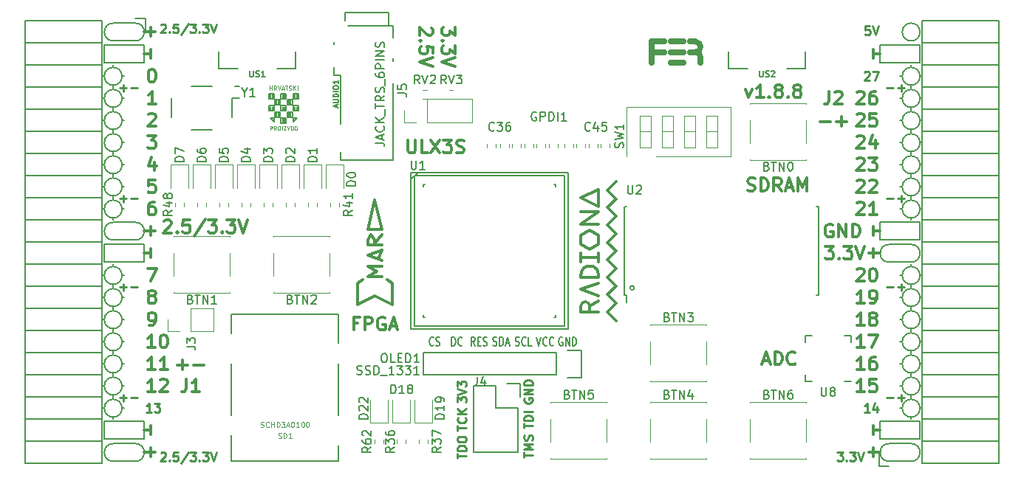
<source format=gto>
G04 #@! TF.GenerationSoftware,KiCad,Pcbnew,5.0.0-rc2-dev-unknown+dfsg1+20180318-2*
G04 #@! TF.CreationDate,2018-06-03T12:29:31+02:00*
G04 #@! TF.ProjectId,ulx3s,756C7833732E6B696361645F70636200,rev?*
G04 #@! TF.SameCoordinates,Original*
G04 #@! TF.FileFunction,Legend,Top*
G04 #@! TF.FilePolarity,Positive*
%FSLAX46Y46*%
G04 Gerber Fmt 4.6, Leading zero omitted, Abs format (unit mm)*
G04 Created by KiCad (PCBNEW 5.0.0-rc2-dev-unknown+dfsg1+20180318-2) date Sun Jun  3 12:29:31 2018*
%MOMM*%
%LPD*%
G01*
G04 APERTURE LIST*
%ADD10C,0.300000*%
%ADD11C,0.200000*%
%ADD12C,0.250000*%
%ADD13C,0.150000*%
%ADD14C,0.120000*%
%ADD15C,0.700000*%
%ADD16C,0.152400*%
%ADD17C,0.124460*%
%ADD18C,0.075000*%
G04 APERTURE END LIST*
D10*
X134560428Y-62144714D02*
X134560428Y-63073285D01*
X133989000Y-62573285D01*
X133989000Y-62787571D01*
X133917571Y-62930428D01*
X133846142Y-63001857D01*
X133703285Y-63073285D01*
X133346142Y-63073285D01*
X133203285Y-63001857D01*
X133131857Y-62930428D01*
X133060428Y-62787571D01*
X133060428Y-62359000D01*
X133131857Y-62216142D01*
X133203285Y-62144714D01*
X133203285Y-63716142D02*
X133131857Y-63787571D01*
X133060428Y-63716142D01*
X133131857Y-63644714D01*
X133203285Y-63716142D01*
X133060428Y-63716142D01*
X134560428Y-64287571D02*
X134560428Y-65216142D01*
X133989000Y-64716142D01*
X133989000Y-64930428D01*
X133917571Y-65073285D01*
X133846142Y-65144714D01*
X133703285Y-65216142D01*
X133346142Y-65216142D01*
X133203285Y-65144714D01*
X133131857Y-65073285D01*
X133060428Y-64930428D01*
X133060428Y-64501857D01*
X133131857Y-64359000D01*
X133203285Y-64287571D01*
X134560428Y-65644714D02*
X133060428Y-66144714D01*
X134560428Y-66644714D01*
X131877571Y-62216142D02*
X131949000Y-62287571D01*
X132020428Y-62430428D01*
X132020428Y-62787571D01*
X131949000Y-62930428D01*
X131877571Y-63001857D01*
X131734714Y-63073285D01*
X131591857Y-63073285D01*
X131377571Y-63001857D01*
X130520428Y-62144714D01*
X130520428Y-63073285D01*
X130663285Y-63716142D02*
X130591857Y-63787571D01*
X130520428Y-63716142D01*
X130591857Y-63644714D01*
X130663285Y-63716142D01*
X130520428Y-63716142D01*
X132020428Y-65144714D02*
X132020428Y-64430428D01*
X131306142Y-64359000D01*
X131377571Y-64430428D01*
X131449000Y-64573285D01*
X131449000Y-64930428D01*
X131377571Y-65073285D01*
X131306142Y-65144714D01*
X131163285Y-65216142D01*
X130806142Y-65216142D01*
X130663285Y-65144714D01*
X130591857Y-65073285D01*
X130520428Y-64930428D01*
X130520428Y-64573285D01*
X130591857Y-64430428D01*
X130663285Y-64359000D01*
X132020428Y-65644714D02*
X130520428Y-66144714D01*
X132020428Y-66644714D01*
X102760000Y-100897142D02*
X103902857Y-100897142D01*
X103331428Y-101468571D02*
X103331428Y-100325714D01*
X104617142Y-100897142D02*
X105760000Y-100897142D01*
X167847714Y-69226571D02*
X168204857Y-70226571D01*
X168562000Y-69226571D01*
X169919142Y-70226571D02*
X169062000Y-70226571D01*
X169490571Y-70226571D02*
X169490571Y-68726571D01*
X169347714Y-68940857D01*
X169204857Y-69083714D01*
X169062000Y-69155142D01*
X170562000Y-70083714D02*
X170633428Y-70155142D01*
X170562000Y-70226571D01*
X170490571Y-70155142D01*
X170562000Y-70083714D01*
X170562000Y-70226571D01*
X171490571Y-69369428D02*
X171347714Y-69298000D01*
X171276285Y-69226571D01*
X171204857Y-69083714D01*
X171204857Y-69012285D01*
X171276285Y-68869428D01*
X171347714Y-68798000D01*
X171490571Y-68726571D01*
X171776285Y-68726571D01*
X171919142Y-68798000D01*
X171990571Y-68869428D01*
X172062000Y-69012285D01*
X172062000Y-69083714D01*
X171990571Y-69226571D01*
X171919142Y-69298000D01*
X171776285Y-69369428D01*
X171490571Y-69369428D01*
X171347714Y-69440857D01*
X171276285Y-69512285D01*
X171204857Y-69655142D01*
X171204857Y-69940857D01*
X171276285Y-70083714D01*
X171347714Y-70155142D01*
X171490571Y-70226571D01*
X171776285Y-70226571D01*
X171919142Y-70155142D01*
X171990571Y-70083714D01*
X172062000Y-69940857D01*
X172062000Y-69655142D01*
X171990571Y-69512285D01*
X171919142Y-69440857D01*
X171776285Y-69369428D01*
X172704857Y-70083714D02*
X172776285Y-70155142D01*
X172704857Y-70226571D01*
X172633428Y-70155142D01*
X172704857Y-70083714D01*
X172704857Y-70226571D01*
X173633428Y-69369428D02*
X173490571Y-69298000D01*
X173419142Y-69226571D01*
X173347714Y-69083714D01*
X173347714Y-69012285D01*
X173419142Y-68869428D01*
X173490571Y-68798000D01*
X173633428Y-68726571D01*
X173919142Y-68726571D01*
X174062000Y-68798000D01*
X174133428Y-68869428D01*
X174204857Y-69012285D01*
X174204857Y-69083714D01*
X174133428Y-69226571D01*
X174062000Y-69298000D01*
X173919142Y-69369428D01*
X173633428Y-69369428D01*
X173490571Y-69440857D01*
X173419142Y-69512285D01*
X173347714Y-69655142D01*
X173347714Y-69940857D01*
X173419142Y-70083714D01*
X173490571Y-70155142D01*
X173633428Y-70226571D01*
X173919142Y-70226571D01*
X174062000Y-70155142D01*
X174133428Y-70083714D01*
X174204857Y-69940857D01*
X174204857Y-69655142D01*
X174133428Y-69512285D01*
X174062000Y-69440857D01*
X173919142Y-69369428D01*
X182492000Y-87582000D02*
X182492000Y-88598000D01*
X181984000Y-88090000D02*
X183254000Y-88090000D01*
X182492000Y-110442000D02*
X182492000Y-111458000D01*
X183254000Y-110950000D02*
X181984000Y-110950000D01*
X99688000Y-110442000D02*
X99688000Y-111458000D01*
X98926000Y-110950000D02*
X100196000Y-110950000D01*
X99688000Y-62182000D02*
X99688000Y-63198000D01*
X98926000Y-62690000D02*
X100196000Y-62690000D01*
X99688000Y-85042000D02*
X99688000Y-86058000D01*
X98926000Y-85550000D02*
X100196000Y-85550000D01*
D11*
X97910000Y-63706000D02*
G75*
G03X97910000Y-61674000I0J1016000D01*
G01*
X184270000Y-109934000D02*
G75*
G03X184270000Y-111966000I0J-1016000D01*
G01*
X95370000Y-111966000D02*
X97910000Y-111966000D01*
X95370000Y-109934000D02*
X97910000Y-109934000D01*
X97910000Y-111966000D02*
G75*
G03X97910000Y-109934000I0J1016000D01*
G01*
X95370000Y-109934000D02*
G75*
G03X95370000Y-111966000I0J-1016000D01*
G01*
X95370000Y-61674000D02*
X97910000Y-61674000D01*
X95370000Y-63706000D02*
X97910000Y-63706000D01*
X95370000Y-61674000D02*
G75*
G03X95370000Y-63706000I0J-1016000D01*
G01*
X95370000Y-84534000D02*
X97910000Y-84534000D01*
X95370000Y-86566000D02*
X97910000Y-86566000D01*
X95370000Y-84534000D02*
G75*
G03X95370000Y-86566000I0J-1016000D01*
G01*
X97910000Y-86566000D02*
G75*
G03X97910000Y-84534000I0J1016000D01*
G01*
X187826000Y-62690000D02*
G75*
G03X187826000Y-62690000I-1016000J0D01*
G01*
X184270000Y-89106000D02*
X186810000Y-89106000D01*
X184270000Y-87074000D02*
X186810000Y-87074000D01*
X184270000Y-87074000D02*
G75*
G03X184270000Y-89106000I0J-1016000D01*
G01*
X186810000Y-89106000D02*
G75*
G03X186810000Y-87074000I0J1016000D01*
G01*
X186810000Y-111966000D02*
X184270000Y-111966000D01*
X186810000Y-109934000D02*
X184270000Y-109934000D01*
X186810000Y-111966000D02*
G75*
G03X186810000Y-109934000I0J1016000D01*
G01*
X94354000Y-66246000D02*
X94354000Y-64214000D01*
X98926000Y-66246000D02*
X94354000Y-66246000D01*
X98926000Y-64214000D02*
X98926000Y-66246000D01*
X94354000Y-64214000D02*
X98926000Y-64214000D01*
X94354000Y-87074000D02*
X98926000Y-87074000D01*
X94354000Y-89106000D02*
X94354000Y-87074000D01*
X98926000Y-89106000D02*
X94354000Y-89106000D01*
X98926000Y-87074000D02*
X98926000Y-89106000D01*
X94354000Y-109426000D02*
X98926000Y-109426000D01*
X94354000Y-107394000D02*
X94354000Y-109426000D01*
X98926000Y-107394000D02*
X94354000Y-107394000D01*
X98926000Y-109426000D02*
X98926000Y-107394000D01*
X183254000Y-109426000D02*
X187826000Y-109426000D01*
X183254000Y-107394000D02*
X183254000Y-109426000D01*
X187826000Y-107394000D02*
X187826000Y-109426000D01*
X183254000Y-107394000D02*
X187826000Y-107394000D01*
X183254000Y-66246000D02*
X187826000Y-66246000D01*
X183254000Y-64214000D02*
X183254000Y-66246000D01*
X187826000Y-64214000D02*
X183254000Y-64214000D01*
X187826000Y-66246000D02*
X187826000Y-64214000D01*
X183254000Y-84534000D02*
X187826000Y-84534000D01*
X183254000Y-86566000D02*
X183254000Y-84534000D01*
X187826000Y-86566000D02*
X183254000Y-86566000D01*
X187826000Y-84534000D02*
X187826000Y-86566000D01*
D12*
X96148000Y-69111428D02*
X96909904Y-69111428D01*
X96528952Y-69492380D02*
X96528952Y-68730476D01*
X97386095Y-69111428D02*
X98148000Y-69111428D01*
X96148000Y-81811428D02*
X96909904Y-81811428D01*
X96528952Y-82192380D02*
X96528952Y-81430476D01*
X97386095Y-81811428D02*
X98148000Y-81811428D01*
X96148000Y-91971428D02*
X96909904Y-91971428D01*
X96528952Y-92352380D02*
X96528952Y-91590476D01*
X97386095Y-91971428D02*
X98148000Y-91971428D01*
X96148000Y-104671428D02*
X96909904Y-104671428D01*
X96528952Y-105052380D02*
X96528952Y-104290476D01*
X97386095Y-104671428D02*
X98148000Y-104671428D01*
X184032000Y-104671428D02*
X184793904Y-104671428D01*
X185270095Y-104671428D02*
X186032000Y-104671428D01*
X185651047Y-105052380D02*
X185651047Y-104290476D01*
X184032000Y-91971428D02*
X184793904Y-91971428D01*
X185270095Y-91971428D02*
X186032000Y-91971428D01*
X185651047Y-92352380D02*
X185651047Y-91590476D01*
X184032000Y-81811428D02*
X184793904Y-81811428D01*
X185270095Y-81811428D02*
X186032000Y-81811428D01*
X185651047Y-82192380D02*
X185651047Y-81430476D01*
X184032000Y-69111428D02*
X184793904Y-69111428D01*
X185270095Y-69111428D02*
X186032000Y-69111428D01*
X185651047Y-69492380D02*
X185651047Y-68730476D01*
D10*
X176420000Y-72957142D02*
X177562857Y-72957142D01*
X178277142Y-72957142D02*
X179420000Y-72957142D01*
X178848571Y-73528571D02*
X178848571Y-72385714D01*
D11*
X187826000Y-67770000D02*
G75*
G03X187826000Y-67770000I-1016000J0D01*
G01*
X187826000Y-70310000D02*
G75*
G03X187826000Y-70310000I-1016000J0D01*
G01*
X187826000Y-72850000D02*
G75*
G03X187826000Y-72850000I-1016000J0D01*
G01*
X187826000Y-75390000D02*
G75*
G03X187826000Y-75390000I-1016000J0D01*
G01*
X187826000Y-77930000D02*
G75*
G03X187826000Y-77930000I-1016000J0D01*
G01*
X187826000Y-80470000D02*
G75*
G03X187826000Y-80470000I-1016000J0D01*
G01*
X187826000Y-83010000D02*
G75*
G03X187826000Y-83010000I-1016000J0D01*
G01*
X187826000Y-90630000D02*
G75*
G03X187826000Y-90630000I-1016000J0D01*
G01*
X187826000Y-93170000D02*
G75*
G03X187826000Y-93170000I-1016000J0D01*
G01*
X187826000Y-95710000D02*
G75*
G03X187826000Y-95710000I-1016000J0D01*
G01*
X187826000Y-98250000D02*
G75*
G03X187826000Y-98250000I-1016000J0D01*
G01*
X187826000Y-100790000D02*
G75*
G03X187826000Y-100790000I-1016000J0D01*
G01*
X187826000Y-103330000D02*
G75*
G03X187826000Y-103330000I-1016000J0D01*
G01*
X187826000Y-105870000D02*
G75*
G03X187826000Y-105870000I-1016000J0D01*
G01*
X96386000Y-105870000D02*
G75*
G03X96386000Y-105870000I-1016000J0D01*
G01*
X96386000Y-103330000D02*
G75*
G03X96386000Y-103330000I-1016000J0D01*
G01*
X96386000Y-100790000D02*
G75*
G03X96386000Y-100790000I-1016000J0D01*
G01*
X96386000Y-98250000D02*
G75*
G03X96386000Y-98250000I-1016000J0D01*
G01*
X96386000Y-95710000D02*
G75*
G03X96386000Y-95710000I-1016000J0D01*
G01*
X96386000Y-93170000D02*
G75*
G03X96386000Y-93170000I-1016000J0D01*
G01*
X96386000Y-90630000D02*
G75*
G03X96386000Y-90630000I-1016000J0D01*
G01*
X96386000Y-83010000D02*
G75*
G03X96386000Y-83010000I-1016000J0D01*
G01*
X96386000Y-80470000D02*
G75*
G03X96386000Y-80470000I-1016000J0D01*
G01*
X96386000Y-77930000D02*
G75*
G03X96386000Y-77930000I-1016000J0D01*
G01*
X96386000Y-75390000D02*
G75*
G03X96386000Y-75390000I-1016000J0D01*
G01*
X96386000Y-72850000D02*
G75*
G03X96386000Y-72850000I-1016000J0D01*
G01*
X96386000Y-70310000D02*
G75*
G03X96386000Y-70310000I-1016000J0D01*
G01*
X96386000Y-67770000D02*
G75*
G03X96386000Y-67770000I-1016000J0D01*
G01*
D10*
X177793142Y-84800000D02*
X177650285Y-84728571D01*
X177436000Y-84728571D01*
X177221714Y-84800000D01*
X177078857Y-84942857D01*
X177007428Y-85085714D01*
X176936000Y-85371428D01*
X176936000Y-85585714D01*
X177007428Y-85871428D01*
X177078857Y-86014285D01*
X177221714Y-86157142D01*
X177436000Y-86228571D01*
X177578857Y-86228571D01*
X177793142Y-86157142D01*
X177864571Y-86085714D01*
X177864571Y-85585714D01*
X177578857Y-85585714D01*
X178507428Y-86228571D02*
X178507428Y-84728571D01*
X179364571Y-86228571D01*
X179364571Y-84728571D01*
X180078857Y-86228571D02*
X180078857Y-84728571D01*
X180436000Y-84728571D01*
X180650285Y-84800000D01*
X180793142Y-84942857D01*
X180864571Y-85085714D01*
X180936000Y-85371428D01*
X180936000Y-85585714D01*
X180864571Y-85871428D01*
X180793142Y-86014285D01*
X180650285Y-86157142D01*
X180436000Y-86228571D01*
X180078857Y-86228571D01*
X182492000Y-86058000D02*
X182492000Y-85042000D01*
X183254000Y-85550000D02*
X182492000Y-85550000D01*
X182492000Y-107902000D02*
X182492000Y-108918000D01*
X182492000Y-108410000D02*
X183254000Y-108410000D01*
D12*
X182047523Y-106322380D02*
X181476095Y-106322380D01*
X181761809Y-106322380D02*
X181761809Y-105322380D01*
X181666571Y-105465238D01*
X181571333Y-105560476D01*
X181476095Y-105608095D01*
X182904666Y-105655714D02*
X182904666Y-106322380D01*
X182666571Y-105274761D02*
X182428476Y-105989047D01*
X183047523Y-105989047D01*
X181476095Y-67317619D02*
X181523714Y-67270000D01*
X181618952Y-67222380D01*
X181857047Y-67222380D01*
X181952285Y-67270000D01*
X181999904Y-67317619D01*
X182047523Y-67412857D01*
X182047523Y-67508095D01*
X181999904Y-67650952D01*
X181428476Y-68222380D01*
X182047523Y-68222380D01*
X182380857Y-67222380D02*
X183047523Y-67222380D01*
X182618952Y-68222380D01*
D10*
X182492000Y-64722000D02*
X182492000Y-65738000D01*
X182492000Y-65230000D02*
X183254000Y-65230000D01*
X99688000Y-107902000D02*
X99688000Y-108918000D01*
X98926000Y-108410000D02*
X99688000Y-108410000D01*
X99315000Y-74568571D02*
X100243571Y-74568571D01*
X99743571Y-75140000D01*
X99957857Y-75140000D01*
X100100714Y-75211428D01*
X100172142Y-75282857D01*
X100243571Y-75425714D01*
X100243571Y-75782857D01*
X100172142Y-75925714D01*
X100100714Y-75997142D01*
X99957857Y-76068571D01*
X99529285Y-76068571D01*
X99386428Y-75997142D01*
X99315000Y-75925714D01*
X100100714Y-77608571D02*
X100100714Y-78608571D01*
X99743571Y-77037142D02*
X99386428Y-78108571D01*
X100315000Y-78108571D01*
X100172142Y-79648571D02*
X99457857Y-79648571D01*
X99386428Y-80362857D01*
X99457857Y-80291428D01*
X99600714Y-80220000D01*
X99957857Y-80220000D01*
X100100714Y-80291428D01*
X100172142Y-80362857D01*
X100243571Y-80505714D01*
X100243571Y-80862857D01*
X100172142Y-81005714D01*
X100100714Y-81077142D01*
X99957857Y-81148571D01*
X99600714Y-81148571D01*
X99457857Y-81077142D01*
X99386428Y-81005714D01*
D12*
X99751523Y-106322380D02*
X99180095Y-106322380D01*
X99465809Y-106322380D02*
X99465809Y-105322380D01*
X99370571Y-105465238D01*
X99275333Y-105560476D01*
X99180095Y-105608095D01*
X100084857Y-105322380D02*
X100703904Y-105322380D01*
X100370571Y-105703333D01*
X100513428Y-105703333D01*
X100608666Y-105750952D01*
X100656285Y-105798571D01*
X100703904Y-105893809D01*
X100703904Y-106131904D01*
X100656285Y-106227142D01*
X100608666Y-106274761D01*
X100513428Y-106322380D01*
X100227714Y-106322380D01*
X100132476Y-106274761D01*
X100084857Y-106227142D01*
D10*
X99315000Y-89808571D02*
X100315000Y-89808571D01*
X99672142Y-91308571D01*
X99688000Y-87582000D02*
X99688000Y-88598000D01*
X98926000Y-88090000D02*
X99688000Y-88090000D01*
X99688000Y-64722000D02*
X99688000Y-65738000D01*
X98926000Y-65230000D02*
X99688000Y-65230000D01*
D12*
X100817976Y-61874619D02*
X100865595Y-61827000D01*
X100960833Y-61779380D01*
X101198928Y-61779380D01*
X101294166Y-61827000D01*
X101341785Y-61874619D01*
X101389404Y-61969857D01*
X101389404Y-62065095D01*
X101341785Y-62207952D01*
X100770357Y-62779380D01*
X101389404Y-62779380D01*
X101817976Y-62684142D02*
X101865595Y-62731761D01*
X101817976Y-62779380D01*
X101770357Y-62731761D01*
X101817976Y-62684142D01*
X101817976Y-62779380D01*
X102770357Y-61779380D02*
X102294166Y-61779380D01*
X102246547Y-62255571D01*
X102294166Y-62207952D01*
X102389404Y-62160333D01*
X102627500Y-62160333D01*
X102722738Y-62207952D01*
X102770357Y-62255571D01*
X102817976Y-62350809D01*
X102817976Y-62588904D01*
X102770357Y-62684142D01*
X102722738Y-62731761D01*
X102627500Y-62779380D01*
X102389404Y-62779380D01*
X102294166Y-62731761D01*
X102246547Y-62684142D01*
X103960833Y-61731761D02*
X103103690Y-63017476D01*
X104198928Y-61779380D02*
X104817976Y-61779380D01*
X104484642Y-62160333D01*
X104627500Y-62160333D01*
X104722738Y-62207952D01*
X104770357Y-62255571D01*
X104817976Y-62350809D01*
X104817976Y-62588904D01*
X104770357Y-62684142D01*
X104722738Y-62731761D01*
X104627500Y-62779380D01*
X104341785Y-62779380D01*
X104246547Y-62731761D01*
X104198928Y-62684142D01*
X105246547Y-62684142D02*
X105294166Y-62731761D01*
X105246547Y-62779380D01*
X105198928Y-62731761D01*
X105246547Y-62684142D01*
X105246547Y-62779380D01*
X105627500Y-61779380D02*
X106246547Y-61779380D01*
X105913214Y-62160333D01*
X106056071Y-62160333D01*
X106151309Y-62207952D01*
X106198928Y-62255571D01*
X106246547Y-62350809D01*
X106246547Y-62588904D01*
X106198928Y-62684142D01*
X106151309Y-62731761D01*
X106056071Y-62779380D01*
X105770357Y-62779380D01*
X105675119Y-62731761D01*
X105627500Y-62684142D01*
X106532261Y-61779380D02*
X106865595Y-62779380D01*
X107198928Y-61779380D01*
X178360261Y-110910380D02*
X178979309Y-110910380D01*
X178645976Y-111291333D01*
X178788833Y-111291333D01*
X178884071Y-111338952D01*
X178931690Y-111386571D01*
X178979309Y-111481809D01*
X178979309Y-111719904D01*
X178931690Y-111815142D01*
X178884071Y-111862761D01*
X178788833Y-111910380D01*
X178503119Y-111910380D01*
X178407880Y-111862761D01*
X178360261Y-111815142D01*
X179407880Y-111815142D02*
X179455500Y-111862761D01*
X179407880Y-111910380D01*
X179360261Y-111862761D01*
X179407880Y-111815142D01*
X179407880Y-111910380D01*
X179788833Y-110910380D02*
X180407880Y-110910380D01*
X180074547Y-111291333D01*
X180217404Y-111291333D01*
X180312642Y-111338952D01*
X180360261Y-111386571D01*
X180407880Y-111481809D01*
X180407880Y-111719904D01*
X180360261Y-111815142D01*
X180312642Y-111862761D01*
X180217404Y-111910380D01*
X179931690Y-111910380D01*
X179836452Y-111862761D01*
X179788833Y-111815142D01*
X180693595Y-110910380D02*
X181026928Y-111910380D01*
X181360261Y-110910380D01*
D10*
X101199714Y-84381428D02*
X101271142Y-84310000D01*
X101414000Y-84238571D01*
X101771142Y-84238571D01*
X101914000Y-84310000D01*
X101985428Y-84381428D01*
X102056857Y-84524285D01*
X102056857Y-84667142D01*
X101985428Y-84881428D01*
X101128285Y-85738571D01*
X102056857Y-85738571D01*
X102699714Y-85595714D02*
X102771142Y-85667142D01*
X102699714Y-85738571D01*
X102628285Y-85667142D01*
X102699714Y-85595714D01*
X102699714Y-85738571D01*
X104128285Y-84238571D02*
X103414000Y-84238571D01*
X103342571Y-84952857D01*
X103414000Y-84881428D01*
X103556857Y-84810000D01*
X103914000Y-84810000D01*
X104056857Y-84881428D01*
X104128285Y-84952857D01*
X104199714Y-85095714D01*
X104199714Y-85452857D01*
X104128285Y-85595714D01*
X104056857Y-85667142D01*
X103914000Y-85738571D01*
X103556857Y-85738571D01*
X103414000Y-85667142D01*
X103342571Y-85595714D01*
X105914000Y-84167142D02*
X104628285Y-86095714D01*
X106271142Y-84238571D02*
X107199714Y-84238571D01*
X106699714Y-84810000D01*
X106914000Y-84810000D01*
X107056857Y-84881428D01*
X107128285Y-84952857D01*
X107199714Y-85095714D01*
X107199714Y-85452857D01*
X107128285Y-85595714D01*
X107056857Y-85667142D01*
X106914000Y-85738571D01*
X106485428Y-85738571D01*
X106342571Y-85667142D01*
X106271142Y-85595714D01*
X107842571Y-85595714D02*
X107914000Y-85667142D01*
X107842571Y-85738571D01*
X107771142Y-85667142D01*
X107842571Y-85595714D01*
X107842571Y-85738571D01*
X108414000Y-84238571D02*
X109342571Y-84238571D01*
X108842571Y-84810000D01*
X109056857Y-84810000D01*
X109199714Y-84881428D01*
X109271142Y-84952857D01*
X109342571Y-85095714D01*
X109342571Y-85452857D01*
X109271142Y-85595714D01*
X109199714Y-85667142D01*
X109056857Y-85738571D01*
X108628285Y-85738571D01*
X108485428Y-85667142D01*
X108414000Y-85595714D01*
X109771142Y-84238571D02*
X110271142Y-85738571D01*
X110771142Y-84238571D01*
D12*
X100817976Y-111023619D02*
X100865595Y-110976000D01*
X100960833Y-110928380D01*
X101198928Y-110928380D01*
X101294166Y-110976000D01*
X101341785Y-111023619D01*
X101389404Y-111118857D01*
X101389404Y-111214095D01*
X101341785Y-111356952D01*
X100770357Y-111928380D01*
X101389404Y-111928380D01*
X101817976Y-111833142D02*
X101865595Y-111880761D01*
X101817976Y-111928380D01*
X101770357Y-111880761D01*
X101817976Y-111833142D01*
X101817976Y-111928380D01*
X102770357Y-110928380D02*
X102294166Y-110928380D01*
X102246547Y-111404571D01*
X102294166Y-111356952D01*
X102389404Y-111309333D01*
X102627500Y-111309333D01*
X102722738Y-111356952D01*
X102770357Y-111404571D01*
X102817976Y-111499809D01*
X102817976Y-111737904D01*
X102770357Y-111833142D01*
X102722738Y-111880761D01*
X102627500Y-111928380D01*
X102389404Y-111928380D01*
X102294166Y-111880761D01*
X102246547Y-111833142D01*
X103960833Y-110880761D02*
X103103690Y-112166476D01*
X104198928Y-110928380D02*
X104817976Y-110928380D01*
X104484642Y-111309333D01*
X104627500Y-111309333D01*
X104722738Y-111356952D01*
X104770357Y-111404571D01*
X104817976Y-111499809D01*
X104817976Y-111737904D01*
X104770357Y-111833142D01*
X104722738Y-111880761D01*
X104627500Y-111928380D01*
X104341785Y-111928380D01*
X104246547Y-111880761D01*
X104198928Y-111833142D01*
X105246547Y-111833142D02*
X105294166Y-111880761D01*
X105246547Y-111928380D01*
X105198928Y-111880761D01*
X105246547Y-111833142D01*
X105246547Y-111928380D01*
X105627500Y-110928380D02*
X106246547Y-110928380D01*
X105913214Y-111309333D01*
X106056071Y-111309333D01*
X106151309Y-111356952D01*
X106198928Y-111404571D01*
X106246547Y-111499809D01*
X106246547Y-111737904D01*
X106198928Y-111833142D01*
X106151309Y-111880761D01*
X106056071Y-111928380D01*
X105770357Y-111928380D01*
X105675119Y-111880761D01*
X105627500Y-111833142D01*
X106532261Y-110928380D02*
X106865595Y-111928380D01*
X107198928Y-110928380D01*
X182047523Y-62015380D02*
X181571333Y-62015380D01*
X181523714Y-62491571D01*
X181571333Y-62443952D01*
X181666571Y-62396333D01*
X181904666Y-62396333D01*
X181999904Y-62443952D01*
X182047523Y-62491571D01*
X182095142Y-62586809D01*
X182095142Y-62824904D01*
X182047523Y-62920142D01*
X181999904Y-62967761D01*
X181904666Y-63015380D01*
X181666571Y-63015380D01*
X181571333Y-62967761D01*
X181523714Y-62920142D01*
X182380857Y-62015380D02*
X182714190Y-63015380D01*
X183047523Y-62015380D01*
D10*
X180587142Y-69631428D02*
X180658571Y-69560000D01*
X180801428Y-69488571D01*
X181158571Y-69488571D01*
X181301428Y-69560000D01*
X181372857Y-69631428D01*
X181444285Y-69774285D01*
X181444285Y-69917142D01*
X181372857Y-70131428D01*
X180515714Y-70988571D01*
X181444285Y-70988571D01*
X182730000Y-69488571D02*
X182444285Y-69488571D01*
X182301428Y-69560000D01*
X182230000Y-69631428D01*
X182087142Y-69845714D01*
X182015714Y-70131428D01*
X182015714Y-70702857D01*
X182087142Y-70845714D01*
X182158571Y-70917142D01*
X182301428Y-70988571D01*
X182587142Y-70988571D01*
X182730000Y-70917142D01*
X182801428Y-70845714D01*
X182872857Y-70702857D01*
X182872857Y-70345714D01*
X182801428Y-70202857D01*
X182730000Y-70131428D01*
X182587142Y-70060000D01*
X182301428Y-70060000D01*
X182158571Y-70131428D01*
X182087142Y-70202857D01*
X182015714Y-70345714D01*
X180587142Y-72171428D02*
X180658571Y-72100000D01*
X180801428Y-72028571D01*
X181158571Y-72028571D01*
X181301428Y-72100000D01*
X181372857Y-72171428D01*
X181444285Y-72314285D01*
X181444285Y-72457142D01*
X181372857Y-72671428D01*
X180515714Y-73528571D01*
X181444285Y-73528571D01*
X182801428Y-72028571D02*
X182087142Y-72028571D01*
X182015714Y-72742857D01*
X182087142Y-72671428D01*
X182230000Y-72600000D01*
X182587142Y-72600000D01*
X182730000Y-72671428D01*
X182801428Y-72742857D01*
X182872857Y-72885714D01*
X182872857Y-73242857D01*
X182801428Y-73385714D01*
X182730000Y-73457142D01*
X182587142Y-73528571D01*
X182230000Y-73528571D01*
X182087142Y-73457142D01*
X182015714Y-73385714D01*
X180587142Y-74711428D02*
X180658571Y-74640000D01*
X180801428Y-74568571D01*
X181158571Y-74568571D01*
X181301428Y-74640000D01*
X181372857Y-74711428D01*
X181444285Y-74854285D01*
X181444285Y-74997142D01*
X181372857Y-75211428D01*
X180515714Y-76068571D01*
X181444285Y-76068571D01*
X182730000Y-75068571D02*
X182730000Y-76068571D01*
X182372857Y-74497142D02*
X182015714Y-75568571D01*
X182944285Y-75568571D01*
X180587142Y-77251428D02*
X180658571Y-77180000D01*
X180801428Y-77108571D01*
X181158571Y-77108571D01*
X181301428Y-77180000D01*
X181372857Y-77251428D01*
X181444285Y-77394285D01*
X181444285Y-77537142D01*
X181372857Y-77751428D01*
X180515714Y-78608571D01*
X181444285Y-78608571D01*
X181944285Y-77108571D02*
X182872857Y-77108571D01*
X182372857Y-77680000D01*
X182587142Y-77680000D01*
X182730000Y-77751428D01*
X182801428Y-77822857D01*
X182872857Y-77965714D01*
X182872857Y-78322857D01*
X182801428Y-78465714D01*
X182730000Y-78537142D01*
X182587142Y-78608571D01*
X182158571Y-78608571D01*
X182015714Y-78537142D01*
X181944285Y-78465714D01*
X180587142Y-79791428D02*
X180658571Y-79720000D01*
X180801428Y-79648571D01*
X181158571Y-79648571D01*
X181301428Y-79720000D01*
X181372857Y-79791428D01*
X181444285Y-79934285D01*
X181444285Y-80077142D01*
X181372857Y-80291428D01*
X180515714Y-81148571D01*
X181444285Y-81148571D01*
X182015714Y-79791428D02*
X182087142Y-79720000D01*
X182230000Y-79648571D01*
X182587142Y-79648571D01*
X182730000Y-79720000D01*
X182801428Y-79791428D01*
X182872857Y-79934285D01*
X182872857Y-80077142D01*
X182801428Y-80291428D01*
X181944285Y-81148571D01*
X182872857Y-81148571D01*
X180587142Y-82331428D02*
X180658571Y-82260000D01*
X180801428Y-82188571D01*
X181158571Y-82188571D01*
X181301428Y-82260000D01*
X181372857Y-82331428D01*
X181444285Y-82474285D01*
X181444285Y-82617142D01*
X181372857Y-82831428D01*
X180515714Y-83688571D01*
X181444285Y-83688571D01*
X182872857Y-83688571D02*
X182015714Y-83688571D01*
X182444285Y-83688571D02*
X182444285Y-82188571D01*
X182301428Y-82402857D01*
X182158571Y-82545714D01*
X182015714Y-82617142D01*
X176975714Y-87268571D02*
X177904285Y-87268571D01*
X177404285Y-87840000D01*
X177618571Y-87840000D01*
X177761428Y-87911428D01*
X177832857Y-87982857D01*
X177904285Y-88125714D01*
X177904285Y-88482857D01*
X177832857Y-88625714D01*
X177761428Y-88697142D01*
X177618571Y-88768571D01*
X177190000Y-88768571D01*
X177047142Y-88697142D01*
X176975714Y-88625714D01*
X178547142Y-88625714D02*
X178618571Y-88697142D01*
X178547142Y-88768571D01*
X178475714Y-88697142D01*
X178547142Y-88625714D01*
X178547142Y-88768571D01*
X179118571Y-87268571D02*
X180047142Y-87268571D01*
X179547142Y-87840000D01*
X179761428Y-87840000D01*
X179904285Y-87911428D01*
X179975714Y-87982857D01*
X180047142Y-88125714D01*
X180047142Y-88482857D01*
X179975714Y-88625714D01*
X179904285Y-88697142D01*
X179761428Y-88768571D01*
X179332857Y-88768571D01*
X179190000Y-88697142D01*
X179118571Y-88625714D01*
X180475714Y-87268571D02*
X180975714Y-88768571D01*
X181475714Y-87268571D01*
X180587142Y-89951428D02*
X180658571Y-89880000D01*
X180801428Y-89808571D01*
X181158571Y-89808571D01*
X181301428Y-89880000D01*
X181372857Y-89951428D01*
X181444285Y-90094285D01*
X181444285Y-90237142D01*
X181372857Y-90451428D01*
X180515714Y-91308571D01*
X181444285Y-91308571D01*
X182372857Y-89808571D02*
X182515714Y-89808571D01*
X182658571Y-89880000D01*
X182730000Y-89951428D01*
X182801428Y-90094285D01*
X182872857Y-90380000D01*
X182872857Y-90737142D01*
X182801428Y-91022857D01*
X182730000Y-91165714D01*
X182658571Y-91237142D01*
X182515714Y-91308571D01*
X182372857Y-91308571D01*
X182230000Y-91237142D01*
X182158571Y-91165714D01*
X182087142Y-91022857D01*
X182015714Y-90737142D01*
X182015714Y-90380000D01*
X182087142Y-90094285D01*
X182158571Y-89951428D01*
X182230000Y-89880000D01*
X182372857Y-89808571D01*
X181444285Y-93848571D02*
X180587142Y-93848571D01*
X181015714Y-93848571D02*
X181015714Y-92348571D01*
X180872857Y-92562857D01*
X180730000Y-92705714D01*
X180587142Y-92777142D01*
X182158571Y-93848571D02*
X182444285Y-93848571D01*
X182587142Y-93777142D01*
X182658571Y-93705714D01*
X182801428Y-93491428D01*
X182872857Y-93205714D01*
X182872857Y-92634285D01*
X182801428Y-92491428D01*
X182730000Y-92420000D01*
X182587142Y-92348571D01*
X182301428Y-92348571D01*
X182158571Y-92420000D01*
X182087142Y-92491428D01*
X182015714Y-92634285D01*
X182015714Y-92991428D01*
X182087142Y-93134285D01*
X182158571Y-93205714D01*
X182301428Y-93277142D01*
X182587142Y-93277142D01*
X182730000Y-93205714D01*
X182801428Y-93134285D01*
X182872857Y-92991428D01*
X181444285Y-96388571D02*
X180587142Y-96388571D01*
X181015714Y-96388571D02*
X181015714Y-94888571D01*
X180872857Y-95102857D01*
X180730000Y-95245714D01*
X180587142Y-95317142D01*
X182301428Y-95531428D02*
X182158571Y-95460000D01*
X182087142Y-95388571D01*
X182015714Y-95245714D01*
X182015714Y-95174285D01*
X182087142Y-95031428D01*
X182158571Y-94960000D01*
X182301428Y-94888571D01*
X182587142Y-94888571D01*
X182730000Y-94960000D01*
X182801428Y-95031428D01*
X182872857Y-95174285D01*
X182872857Y-95245714D01*
X182801428Y-95388571D01*
X182730000Y-95460000D01*
X182587142Y-95531428D01*
X182301428Y-95531428D01*
X182158571Y-95602857D01*
X182087142Y-95674285D01*
X182015714Y-95817142D01*
X182015714Y-96102857D01*
X182087142Y-96245714D01*
X182158571Y-96317142D01*
X182301428Y-96388571D01*
X182587142Y-96388571D01*
X182730000Y-96317142D01*
X182801428Y-96245714D01*
X182872857Y-96102857D01*
X182872857Y-95817142D01*
X182801428Y-95674285D01*
X182730000Y-95602857D01*
X182587142Y-95531428D01*
X181444285Y-98928571D02*
X180587142Y-98928571D01*
X181015714Y-98928571D02*
X181015714Y-97428571D01*
X180872857Y-97642857D01*
X180730000Y-97785714D01*
X180587142Y-97857142D01*
X181944285Y-97428571D02*
X182944285Y-97428571D01*
X182301428Y-98928571D01*
X181444285Y-101468571D02*
X180587142Y-101468571D01*
X181015714Y-101468571D02*
X181015714Y-99968571D01*
X180872857Y-100182857D01*
X180730000Y-100325714D01*
X180587142Y-100397142D01*
X182730000Y-99968571D02*
X182444285Y-99968571D01*
X182301428Y-100040000D01*
X182230000Y-100111428D01*
X182087142Y-100325714D01*
X182015714Y-100611428D01*
X182015714Y-101182857D01*
X182087142Y-101325714D01*
X182158571Y-101397142D01*
X182301428Y-101468571D01*
X182587142Y-101468571D01*
X182730000Y-101397142D01*
X182801428Y-101325714D01*
X182872857Y-101182857D01*
X182872857Y-100825714D01*
X182801428Y-100682857D01*
X182730000Y-100611428D01*
X182587142Y-100540000D01*
X182301428Y-100540000D01*
X182158571Y-100611428D01*
X182087142Y-100682857D01*
X182015714Y-100825714D01*
X181444285Y-104008571D02*
X180587142Y-104008571D01*
X181015714Y-104008571D02*
X181015714Y-102508571D01*
X180872857Y-102722857D01*
X180730000Y-102865714D01*
X180587142Y-102937142D01*
X182801428Y-102508571D02*
X182087142Y-102508571D01*
X182015714Y-103222857D01*
X182087142Y-103151428D01*
X182230000Y-103080000D01*
X182587142Y-103080000D01*
X182730000Y-103151428D01*
X182801428Y-103222857D01*
X182872857Y-103365714D01*
X182872857Y-103722857D01*
X182801428Y-103865714D01*
X182730000Y-103937142D01*
X182587142Y-104008571D01*
X182230000Y-104008571D01*
X182087142Y-103937142D01*
X182015714Y-103865714D01*
D11*
X186810000Y-66500000D02*
X186810000Y-66754000D01*
X187826000Y-67770000D02*
X188080000Y-67770000D01*
X185540000Y-67770000D02*
X185794000Y-67770000D01*
X186810000Y-69294000D02*
X186810000Y-68786000D01*
X187826000Y-70310000D02*
X188080000Y-70310000D01*
X185540000Y-70310000D02*
X185794000Y-70310000D01*
X186810000Y-71326000D02*
X186810000Y-71834000D01*
X187826000Y-72850000D02*
X188080000Y-72850000D01*
X185540000Y-72850000D02*
X185794000Y-72850000D01*
X186810000Y-73866000D02*
X186810000Y-74374000D01*
X187826000Y-75390000D02*
X188080000Y-75390000D01*
X185540000Y-75390000D02*
X185794000Y-75390000D01*
X186810000Y-76406000D02*
X186810000Y-76914000D01*
X187826000Y-77930000D02*
X188080000Y-77930000D01*
X185540000Y-77930000D02*
X185794000Y-77930000D01*
X186810000Y-79454000D02*
X186810000Y-78946000D01*
X187826000Y-80470000D02*
X188080000Y-80470000D01*
X185540000Y-80470000D02*
X185794000Y-80470000D01*
X186810000Y-81994000D02*
X186810000Y-81486000D01*
X187826000Y-83010000D02*
X188080000Y-83010000D01*
X185540000Y-83010000D02*
X185794000Y-83010000D01*
X186810000Y-84026000D02*
X186810000Y-84280000D01*
X186810000Y-89360000D02*
X186810000Y-89614000D01*
X187826000Y-90630000D02*
X188080000Y-90630000D01*
X185540000Y-90630000D02*
X185794000Y-90630000D01*
X186810000Y-91646000D02*
X186810000Y-92154000D01*
X187826000Y-93170000D02*
X188080000Y-93170000D01*
X185540000Y-93170000D02*
X185794000Y-93170000D01*
X186810000Y-94186000D02*
X186810000Y-94694000D01*
X187826000Y-95710000D02*
X188080000Y-95710000D01*
X185540000Y-95710000D02*
X185794000Y-95710000D01*
X186810000Y-97234000D02*
X186810000Y-96726000D01*
X187826000Y-98250000D02*
X188080000Y-98250000D01*
X185540000Y-98250000D02*
X185794000Y-98250000D01*
X187826000Y-100790000D02*
X188080000Y-100790000D01*
X185540000Y-100790000D02*
X185794000Y-100790000D01*
X186810000Y-99266000D02*
X186810000Y-99774000D01*
X186810000Y-102314000D02*
X186810000Y-101806000D01*
X187826000Y-103330000D02*
X188080000Y-103330000D01*
X185540000Y-103330000D02*
X185794000Y-103330000D01*
X186810000Y-104346000D02*
X186810000Y-104854000D01*
X185540000Y-105870000D02*
X185794000Y-105870000D01*
X187826000Y-105870000D02*
X188080000Y-105870000D01*
X186810000Y-106886000D02*
X186810000Y-107140000D01*
X95370000Y-66754000D02*
X95370000Y-66500000D01*
X96386000Y-67770000D02*
X96640000Y-67770000D01*
X94100000Y-67770000D02*
X94354000Y-67770000D01*
X95370000Y-68786000D02*
X95370000Y-69294000D01*
X96386000Y-70310000D02*
X96640000Y-70310000D01*
X94100000Y-70310000D02*
X94354000Y-70310000D01*
X95370000Y-71326000D02*
X95370000Y-71834000D01*
X96386000Y-72850000D02*
X96640000Y-72850000D01*
X94100000Y-72850000D02*
X94354000Y-72850000D01*
X95370000Y-73866000D02*
X95370000Y-74374000D01*
X96386000Y-75390000D02*
X96640000Y-75390000D01*
X95370000Y-76406000D02*
X95370000Y-76914000D01*
X96386000Y-77930000D02*
X96640000Y-77930000D01*
X94100000Y-77930000D02*
X94354000Y-77930000D01*
X95370000Y-79454000D02*
X95370000Y-78946000D01*
X96386000Y-80470000D02*
X96640000Y-80470000D01*
X94100000Y-80470000D02*
X94354000Y-80470000D01*
X95370000Y-81486000D02*
X95370000Y-81994000D01*
X96386000Y-83010000D02*
X96640000Y-83010000D01*
X95370000Y-84026000D02*
X95370000Y-84280000D01*
X94100000Y-83010000D02*
X94354000Y-83010000D01*
X95370000Y-106886000D02*
X95370000Y-107140000D01*
X95370000Y-89360000D02*
X95370000Y-89614000D01*
X96386000Y-93170000D02*
X96640000Y-93170000D01*
X94100000Y-93170000D02*
X94354000Y-93170000D01*
X95370000Y-94186000D02*
X95370000Y-94694000D01*
X94100000Y-90630000D02*
X94354000Y-90630000D01*
X96386000Y-90630000D02*
X96640000Y-90630000D01*
X95370000Y-92154000D02*
X95370000Y-91646000D01*
X96386000Y-95710000D02*
X96640000Y-95710000D01*
X94100000Y-95710000D02*
X94354000Y-95710000D01*
X96386000Y-98250000D02*
X96640000Y-98250000D01*
X94354000Y-98250000D02*
X94100000Y-98250000D01*
X95370000Y-96726000D02*
X95370000Y-97234000D01*
X95370000Y-99266000D02*
X95370000Y-99774000D01*
X94100000Y-100790000D02*
X94354000Y-100790000D01*
X96386000Y-100790000D02*
X96640000Y-100790000D01*
X94100000Y-103330000D02*
X94354000Y-103330000D01*
X96386000Y-103330000D02*
X96640000Y-103330000D01*
X95370000Y-101806000D02*
X95370000Y-102314000D01*
X95370000Y-104346000D02*
X95370000Y-104854000D01*
X96386000Y-105870000D02*
X96640000Y-105870000D01*
X94100000Y-105870000D02*
X94354000Y-105870000D01*
D10*
X100164285Y-104008571D02*
X99307142Y-104008571D01*
X99735714Y-104008571D02*
X99735714Y-102508571D01*
X99592857Y-102722857D01*
X99450000Y-102865714D01*
X99307142Y-102937142D01*
X100735714Y-102651428D02*
X100807142Y-102580000D01*
X100950000Y-102508571D01*
X101307142Y-102508571D01*
X101450000Y-102580000D01*
X101521428Y-102651428D01*
X101592857Y-102794285D01*
X101592857Y-102937142D01*
X101521428Y-103151428D01*
X100664285Y-104008571D01*
X101592857Y-104008571D01*
X100164285Y-101468571D02*
X99307142Y-101468571D01*
X99735714Y-101468571D02*
X99735714Y-99968571D01*
X99592857Y-100182857D01*
X99450000Y-100325714D01*
X99307142Y-100397142D01*
X101592857Y-101468571D02*
X100735714Y-101468571D01*
X101164285Y-101468571D02*
X101164285Y-99968571D01*
X101021428Y-100182857D01*
X100878571Y-100325714D01*
X100735714Y-100397142D01*
X100164285Y-98928571D02*
X99307142Y-98928571D01*
X99735714Y-98928571D02*
X99735714Y-97428571D01*
X99592857Y-97642857D01*
X99450000Y-97785714D01*
X99307142Y-97857142D01*
X101092857Y-97428571D02*
X101235714Y-97428571D01*
X101378571Y-97500000D01*
X101450000Y-97571428D01*
X101521428Y-97714285D01*
X101592857Y-98000000D01*
X101592857Y-98357142D01*
X101521428Y-98642857D01*
X101450000Y-98785714D01*
X101378571Y-98857142D01*
X101235714Y-98928571D01*
X101092857Y-98928571D01*
X100950000Y-98857142D01*
X100878571Y-98785714D01*
X100807142Y-98642857D01*
X100735714Y-98357142D01*
X100735714Y-98000000D01*
X100807142Y-97714285D01*
X100878571Y-97571428D01*
X100950000Y-97500000D01*
X101092857Y-97428571D01*
X99529285Y-96388571D02*
X99815000Y-96388571D01*
X99957857Y-96317142D01*
X100029285Y-96245714D01*
X100172142Y-96031428D01*
X100243571Y-95745714D01*
X100243571Y-95174285D01*
X100172142Y-95031428D01*
X100100714Y-94960000D01*
X99957857Y-94888571D01*
X99672142Y-94888571D01*
X99529285Y-94960000D01*
X99457857Y-95031428D01*
X99386428Y-95174285D01*
X99386428Y-95531428D01*
X99457857Y-95674285D01*
X99529285Y-95745714D01*
X99672142Y-95817142D01*
X99957857Y-95817142D01*
X100100714Y-95745714D01*
X100172142Y-95674285D01*
X100243571Y-95531428D01*
X99672142Y-92991428D02*
X99529285Y-92920000D01*
X99457857Y-92848571D01*
X99386428Y-92705714D01*
X99386428Y-92634285D01*
X99457857Y-92491428D01*
X99529285Y-92420000D01*
X99672142Y-92348571D01*
X99957857Y-92348571D01*
X100100714Y-92420000D01*
X100172142Y-92491428D01*
X100243571Y-92634285D01*
X100243571Y-92705714D01*
X100172142Y-92848571D01*
X100100714Y-92920000D01*
X99957857Y-92991428D01*
X99672142Y-92991428D01*
X99529285Y-93062857D01*
X99457857Y-93134285D01*
X99386428Y-93277142D01*
X99386428Y-93562857D01*
X99457857Y-93705714D01*
X99529285Y-93777142D01*
X99672142Y-93848571D01*
X99957857Y-93848571D01*
X100100714Y-93777142D01*
X100172142Y-93705714D01*
X100243571Y-93562857D01*
X100243571Y-93277142D01*
X100172142Y-93134285D01*
X100100714Y-93062857D01*
X99957857Y-92991428D01*
X100100714Y-82188571D02*
X99815000Y-82188571D01*
X99672142Y-82260000D01*
X99600714Y-82331428D01*
X99457857Y-82545714D01*
X99386428Y-82831428D01*
X99386428Y-83402857D01*
X99457857Y-83545714D01*
X99529285Y-83617142D01*
X99672142Y-83688571D01*
X99957857Y-83688571D01*
X100100714Y-83617142D01*
X100172142Y-83545714D01*
X100243571Y-83402857D01*
X100243571Y-83045714D01*
X100172142Y-82902857D01*
X100100714Y-82831428D01*
X99957857Y-82760000D01*
X99672142Y-82760000D01*
X99529285Y-82831428D01*
X99457857Y-82902857D01*
X99386428Y-83045714D01*
X99386428Y-72171428D02*
X99457857Y-72100000D01*
X99600714Y-72028571D01*
X99957857Y-72028571D01*
X100100714Y-72100000D01*
X100172142Y-72171428D01*
X100243571Y-72314285D01*
X100243571Y-72457142D01*
X100172142Y-72671428D01*
X99315000Y-73528571D01*
X100243571Y-73528571D01*
X100243571Y-70988571D02*
X99386428Y-70988571D01*
X99815000Y-70988571D02*
X99815000Y-69488571D01*
X99672142Y-69702857D01*
X99529285Y-69845714D01*
X99386428Y-69917142D01*
X99743571Y-66948571D02*
X99886428Y-66948571D01*
X100029285Y-67020000D01*
X100100714Y-67091428D01*
X100172142Y-67234285D01*
X100243571Y-67520000D01*
X100243571Y-67877142D01*
X100172142Y-68162857D01*
X100100714Y-68305714D01*
X100029285Y-68377142D01*
X99886428Y-68448571D01*
X99743571Y-68448571D01*
X99600714Y-68377142D01*
X99529285Y-68305714D01*
X99457857Y-68162857D01*
X99386428Y-67877142D01*
X99386428Y-67520000D01*
X99457857Y-67234285D01*
X99529285Y-67091428D01*
X99600714Y-67020000D01*
X99743571Y-66948571D01*
X129148428Y-75076571D02*
X129148428Y-76290857D01*
X129219857Y-76433714D01*
X129291285Y-76505142D01*
X129434142Y-76576571D01*
X129719857Y-76576571D01*
X129862714Y-76505142D01*
X129934142Y-76433714D01*
X130005571Y-76290857D01*
X130005571Y-75076571D01*
X131434142Y-76576571D02*
X130719857Y-76576571D01*
X130719857Y-75076571D01*
X131791285Y-75076571D02*
X132791285Y-76576571D01*
X132791285Y-75076571D02*
X131791285Y-76576571D01*
X133219857Y-75076571D02*
X134148428Y-75076571D01*
X133648428Y-75648000D01*
X133862714Y-75648000D01*
X134005571Y-75719428D01*
X134077000Y-75790857D01*
X134148428Y-75933714D01*
X134148428Y-76290857D01*
X134077000Y-76433714D01*
X134005571Y-76505142D01*
X133862714Y-76576571D01*
X133434142Y-76576571D01*
X133291285Y-76505142D01*
X133219857Y-76433714D01*
X134719857Y-76505142D02*
X134934142Y-76576571D01*
X135291285Y-76576571D01*
X135434142Y-76505142D01*
X135505571Y-76433714D01*
X135577000Y-76290857D01*
X135577000Y-76148000D01*
X135505571Y-76005142D01*
X135434142Y-75933714D01*
X135291285Y-75862285D01*
X135005571Y-75790857D01*
X134862714Y-75719428D01*
X134791285Y-75648000D01*
X134719857Y-75505142D01*
X134719857Y-75362285D01*
X134791285Y-75219428D01*
X134862714Y-75148000D01*
X135005571Y-75076571D01*
X135362714Y-75076571D01*
X135577000Y-75148000D01*
X123413428Y-96110857D02*
X122913428Y-96110857D01*
X122913428Y-96896571D02*
X122913428Y-95396571D01*
X123627714Y-95396571D01*
X124199142Y-96896571D02*
X124199142Y-95396571D01*
X124770571Y-95396571D01*
X124913428Y-95468000D01*
X124984857Y-95539428D01*
X125056285Y-95682285D01*
X125056285Y-95896571D01*
X124984857Y-96039428D01*
X124913428Y-96110857D01*
X124770571Y-96182285D01*
X124199142Y-96182285D01*
X126484857Y-95468000D02*
X126342000Y-95396571D01*
X126127714Y-95396571D01*
X125913428Y-95468000D01*
X125770571Y-95610857D01*
X125699142Y-95753714D01*
X125627714Y-96039428D01*
X125627714Y-96253714D01*
X125699142Y-96539428D01*
X125770571Y-96682285D01*
X125913428Y-96825142D01*
X126127714Y-96896571D01*
X126270571Y-96896571D01*
X126484857Y-96825142D01*
X126556285Y-96753714D01*
X126556285Y-96253714D01*
X126270571Y-96253714D01*
X127127714Y-96468000D02*
X127842000Y-96468000D01*
X126984857Y-96896571D02*
X127484857Y-95396571D01*
X127984857Y-96896571D01*
X168077928Y-80886642D02*
X168292214Y-80958071D01*
X168649357Y-80958071D01*
X168792214Y-80886642D01*
X168863642Y-80815214D01*
X168935071Y-80672357D01*
X168935071Y-80529500D01*
X168863642Y-80386642D01*
X168792214Y-80315214D01*
X168649357Y-80243785D01*
X168363642Y-80172357D01*
X168220785Y-80100928D01*
X168149357Y-80029500D01*
X168077928Y-79886642D01*
X168077928Y-79743785D01*
X168149357Y-79600928D01*
X168220785Y-79529500D01*
X168363642Y-79458071D01*
X168720785Y-79458071D01*
X168935071Y-79529500D01*
X169577928Y-80958071D02*
X169577928Y-79458071D01*
X169935071Y-79458071D01*
X170149357Y-79529500D01*
X170292214Y-79672357D01*
X170363642Y-79815214D01*
X170435071Y-80100928D01*
X170435071Y-80315214D01*
X170363642Y-80600928D01*
X170292214Y-80743785D01*
X170149357Y-80886642D01*
X169935071Y-80958071D01*
X169577928Y-80958071D01*
X171935071Y-80958071D02*
X171435071Y-80243785D01*
X171077928Y-80958071D02*
X171077928Y-79458071D01*
X171649357Y-79458071D01*
X171792214Y-79529500D01*
X171863642Y-79600928D01*
X171935071Y-79743785D01*
X171935071Y-79958071D01*
X171863642Y-80100928D01*
X171792214Y-80172357D01*
X171649357Y-80243785D01*
X171077928Y-80243785D01*
X172506500Y-80529500D02*
X173220785Y-80529500D01*
X172363642Y-80958071D02*
X172863642Y-79458071D01*
X173363642Y-80958071D01*
X173863642Y-80958071D02*
X173863642Y-79458071D01*
X174363642Y-80529500D01*
X174863642Y-79458071D01*
X174863642Y-80958071D01*
X169822857Y-100450000D02*
X170537142Y-100450000D01*
X169680000Y-100878571D02*
X170180000Y-99378571D01*
X170680000Y-100878571D01*
X171180000Y-100878571D02*
X171180000Y-99378571D01*
X171537142Y-99378571D01*
X171751428Y-99450000D01*
X171894285Y-99592857D01*
X171965714Y-99735714D01*
X172037142Y-100021428D01*
X172037142Y-100235714D01*
X171965714Y-100521428D01*
X171894285Y-100664285D01*
X171751428Y-100807142D01*
X171537142Y-100878571D01*
X171180000Y-100878571D01*
X173537142Y-100735714D02*
X173465714Y-100807142D01*
X173251428Y-100878571D01*
X173108571Y-100878571D01*
X172894285Y-100807142D01*
X172751428Y-100664285D01*
X172680000Y-100521428D01*
X172608571Y-100235714D01*
X172608571Y-100021428D01*
X172680000Y-99735714D01*
X172751428Y-99592857D01*
X172894285Y-99450000D01*
X173108571Y-99378571D01*
X173251428Y-99378571D01*
X173465714Y-99450000D01*
X173537142Y-99521428D01*
D12*
X142447380Y-111521333D02*
X142447380Y-110949904D01*
X143447380Y-111235619D02*
X142447380Y-111235619D01*
X143447380Y-110616571D02*
X142447380Y-110616571D01*
X143161666Y-110283238D01*
X142447380Y-109949904D01*
X143447380Y-109949904D01*
X143399761Y-109521333D02*
X143447380Y-109378476D01*
X143447380Y-109140380D01*
X143399761Y-109045142D01*
X143352142Y-108997523D01*
X143256904Y-108949904D01*
X143161666Y-108949904D01*
X143066428Y-108997523D01*
X143018809Y-109045142D01*
X142971190Y-109140380D01*
X142923571Y-109330857D01*
X142875952Y-109426095D01*
X142828333Y-109473714D01*
X142733095Y-109521333D01*
X142637857Y-109521333D01*
X142542619Y-109473714D01*
X142495000Y-109426095D01*
X142447380Y-109330857D01*
X142447380Y-109092761D01*
X142495000Y-108949904D01*
X142447380Y-108163809D02*
X142447380Y-107592380D01*
X143447380Y-107878095D02*
X142447380Y-107878095D01*
X143447380Y-107259047D02*
X142447380Y-107259047D01*
X142447380Y-107020952D01*
X142495000Y-106878095D01*
X142590238Y-106782857D01*
X142685476Y-106735238D01*
X142875952Y-106687619D01*
X143018809Y-106687619D01*
X143209285Y-106735238D01*
X143304523Y-106782857D01*
X143399761Y-106878095D01*
X143447380Y-107020952D01*
X143447380Y-107259047D01*
X143447380Y-106259047D02*
X142447380Y-106259047D01*
X142495000Y-104726904D02*
X142447380Y-104822142D01*
X142447380Y-104965000D01*
X142495000Y-105107857D01*
X142590238Y-105203095D01*
X142685476Y-105250714D01*
X142875952Y-105298333D01*
X143018809Y-105298333D01*
X143209285Y-105250714D01*
X143304523Y-105203095D01*
X143399761Y-105107857D01*
X143447380Y-104965000D01*
X143447380Y-104869761D01*
X143399761Y-104726904D01*
X143352142Y-104679285D01*
X143018809Y-104679285D01*
X143018809Y-104869761D01*
X143447380Y-104250714D02*
X142447380Y-104250714D01*
X143447380Y-103679285D01*
X142447380Y-103679285D01*
X143447380Y-103203095D02*
X142447380Y-103203095D01*
X142447380Y-102965000D01*
X142495000Y-102822142D01*
X142590238Y-102726904D01*
X142685476Y-102679285D01*
X142875952Y-102631666D01*
X143018809Y-102631666D01*
X143209285Y-102679285D01*
X143304523Y-102726904D01*
X143399761Y-102822142D01*
X143447380Y-102965000D01*
X143447380Y-103203095D01*
X134827380Y-111624523D02*
X134827380Y-111053095D01*
X135827380Y-111338809D02*
X134827380Y-111338809D01*
X135827380Y-110719761D02*
X134827380Y-110719761D01*
X134827380Y-110481666D01*
X134875000Y-110338809D01*
X134970238Y-110243571D01*
X135065476Y-110195952D01*
X135255952Y-110148333D01*
X135398809Y-110148333D01*
X135589285Y-110195952D01*
X135684523Y-110243571D01*
X135779761Y-110338809D01*
X135827380Y-110481666D01*
X135827380Y-110719761D01*
X134827380Y-109529285D02*
X134827380Y-109338809D01*
X134875000Y-109243571D01*
X134970238Y-109148333D01*
X135160714Y-109100714D01*
X135494047Y-109100714D01*
X135684523Y-109148333D01*
X135779761Y-109243571D01*
X135827380Y-109338809D01*
X135827380Y-109529285D01*
X135779761Y-109624523D01*
X135684523Y-109719761D01*
X135494047Y-109767380D01*
X135160714Y-109767380D01*
X134970238Y-109719761D01*
X134875000Y-109624523D01*
X134827380Y-109529285D01*
X134827380Y-108425714D02*
X134827380Y-107854285D01*
X135827380Y-108140000D02*
X134827380Y-108140000D01*
X135732142Y-106949523D02*
X135779761Y-106997142D01*
X135827380Y-107140000D01*
X135827380Y-107235238D01*
X135779761Y-107378095D01*
X135684523Y-107473333D01*
X135589285Y-107520952D01*
X135398809Y-107568571D01*
X135255952Y-107568571D01*
X135065476Y-107520952D01*
X134970238Y-107473333D01*
X134875000Y-107378095D01*
X134827380Y-107235238D01*
X134827380Y-107140000D01*
X134875000Y-106997142D01*
X134922619Y-106949523D01*
X135827380Y-106520952D02*
X134827380Y-106520952D01*
X135827380Y-105949523D02*
X135255952Y-106378095D01*
X134827380Y-105949523D02*
X135398809Y-106520952D01*
X134827380Y-105203095D02*
X134827380Y-104584047D01*
X135208333Y-104917380D01*
X135208333Y-104774523D01*
X135255952Y-104679285D01*
X135303571Y-104631666D01*
X135398809Y-104584047D01*
X135636904Y-104584047D01*
X135732142Y-104631666D01*
X135779761Y-104679285D01*
X135827380Y-104774523D01*
X135827380Y-105060238D01*
X135779761Y-105155476D01*
X135732142Y-105203095D01*
X134827380Y-104298333D02*
X135827380Y-103965000D01*
X134827380Y-103631666D01*
X134827380Y-103393571D02*
X134827380Y-102774523D01*
X135208333Y-103107857D01*
X135208333Y-102965000D01*
X135255952Y-102869761D01*
X135303571Y-102822142D01*
X135398809Y-102774523D01*
X135636904Y-102774523D01*
X135732142Y-102822142D01*
X135779761Y-102869761D01*
X135827380Y-102965000D01*
X135827380Y-103250714D01*
X135779761Y-103345952D01*
X135732142Y-103393571D01*
D13*
X85270000Y-112220000D02*
X94100000Y-112220000D01*
X85270000Y-109680000D02*
X85270000Y-112220000D01*
X94100000Y-109680000D02*
X94100000Y-112220000D01*
X94100000Y-112220000D02*
X85270000Y-112220000D01*
X94100000Y-109680000D02*
X85270000Y-109680000D01*
X94100000Y-107140000D02*
X94100000Y-109680000D01*
X85270000Y-107140000D02*
X85270000Y-109680000D01*
X85270000Y-109680000D02*
X94100000Y-109680000D01*
X85270000Y-91900000D02*
X94100000Y-91900000D01*
X85270000Y-89360000D02*
X85270000Y-91900000D01*
X94100000Y-89360000D02*
X94100000Y-91900000D01*
X94100000Y-91900000D02*
X85270000Y-91900000D01*
X94100000Y-94440000D02*
X85270000Y-94440000D01*
X94100000Y-91900000D02*
X94100000Y-94440000D01*
X85270000Y-91900000D02*
X85270000Y-94440000D01*
X85270000Y-94440000D02*
X94100000Y-94440000D01*
X85270000Y-107140000D02*
X94100000Y-107140000D01*
X85270000Y-104600000D02*
X85270000Y-107140000D01*
X94100000Y-104600000D02*
X94100000Y-107140000D01*
X94100000Y-107140000D02*
X85270000Y-107140000D01*
X94100000Y-104600000D02*
X85270000Y-104600000D01*
X94100000Y-102060000D02*
X94100000Y-104600000D01*
X85270000Y-102060000D02*
X85270000Y-104600000D01*
X85270000Y-104600000D02*
X94100000Y-104600000D01*
X85270000Y-102060000D02*
X94100000Y-102060000D01*
X85270000Y-99520000D02*
X85270000Y-102060000D01*
X94100000Y-99520000D02*
X94100000Y-102060000D01*
X94100000Y-102060000D02*
X85270000Y-102060000D01*
X94100000Y-99520000D02*
X85270000Y-99520000D01*
X94100000Y-96980000D02*
X94100000Y-99520000D01*
X85270000Y-96980000D02*
X85270000Y-99520000D01*
X85270000Y-99520000D02*
X94100000Y-99520000D01*
X85270000Y-96980000D02*
X94100000Y-96980000D01*
X85270000Y-94440000D02*
X85270000Y-96980000D01*
X94100000Y-94440000D02*
X94100000Y-96980000D01*
X94100000Y-96980000D02*
X85270000Y-96980000D01*
X94100000Y-79200000D02*
X85270000Y-79200000D01*
X94100000Y-76660000D02*
X94100000Y-79200000D01*
X85270000Y-76660000D02*
X85270000Y-79200000D01*
X85270000Y-79200000D02*
X94100000Y-79200000D01*
X85270000Y-81740000D02*
X94100000Y-81740000D01*
X85270000Y-79200000D02*
X85270000Y-81740000D01*
X94100000Y-79200000D02*
X94100000Y-81740000D01*
X94100000Y-81740000D02*
X85270000Y-81740000D01*
X94100000Y-84280000D02*
X85270000Y-84280000D01*
X94100000Y-81740000D02*
X94100000Y-84280000D01*
X85270000Y-81740000D02*
X85270000Y-84280000D01*
X85270000Y-84280000D02*
X94100000Y-84280000D01*
X85270000Y-86820000D02*
X94100000Y-86820000D01*
X85270000Y-84280000D02*
X85270000Y-86820000D01*
X94100000Y-84280000D02*
X94100000Y-86820000D01*
X94100000Y-86820000D02*
X85270000Y-86820000D01*
X94100000Y-89360000D02*
X85270000Y-89360000D01*
X94100000Y-86820000D02*
X94100000Y-89360000D01*
X85270000Y-86820000D02*
X85270000Y-89360000D01*
X85270000Y-89360000D02*
X94100000Y-89360000D01*
X85270000Y-76660000D02*
X94100000Y-76660000D01*
X85270000Y-74120000D02*
X85270000Y-76660000D01*
X94100000Y-74120000D02*
X94100000Y-76660000D01*
X94100000Y-76660000D02*
X85270000Y-76660000D01*
X94100000Y-74120000D02*
X85270000Y-74120000D01*
X94100000Y-71580000D02*
X94100000Y-74120000D01*
X85270000Y-71580000D02*
X85270000Y-74120000D01*
X85270000Y-74120000D02*
X94100000Y-74120000D01*
X85270000Y-71580000D02*
X94100000Y-71580000D01*
X85270000Y-69040000D02*
X85270000Y-71580000D01*
X94100000Y-69040000D02*
X94100000Y-71580000D01*
X94100000Y-71580000D02*
X85270000Y-71580000D01*
X94100000Y-69040000D02*
X85270000Y-69040000D01*
X94100000Y-66500000D02*
X94100000Y-69040000D01*
X85270000Y-66500000D02*
X85270000Y-69040000D01*
X85270000Y-69040000D02*
X94100000Y-69040000D01*
X85270000Y-66500000D02*
X94100000Y-66500000D01*
X85270000Y-63960000D02*
X85270000Y-66500000D01*
X94100000Y-63960000D02*
X94100000Y-66500000D01*
X94100000Y-66500000D02*
X85270000Y-66500000D01*
X94100000Y-63960000D02*
X85270000Y-63960000D01*
X94100000Y-61420000D02*
X94100000Y-63960000D01*
X99060000Y-62690000D02*
X99060000Y-61140000D01*
X99060000Y-61140000D02*
X97910000Y-61140000D01*
X94100000Y-61420000D02*
X85270000Y-61420000D01*
X85270000Y-61420000D02*
X85270000Y-63960000D01*
X85270000Y-63960000D02*
X94100000Y-63960000D01*
X196910000Y-61420000D02*
X188080000Y-61420000D01*
X196910000Y-63960000D02*
X196910000Y-61420000D01*
X188080000Y-63960000D02*
X188080000Y-61420000D01*
X188080000Y-61420000D02*
X196910000Y-61420000D01*
X188080000Y-63960000D02*
X196910000Y-63960000D01*
X188080000Y-66500000D02*
X188080000Y-63960000D01*
X196910000Y-66500000D02*
X196910000Y-63960000D01*
X196910000Y-63960000D02*
X188080000Y-63960000D01*
X196910000Y-81740000D02*
X188080000Y-81740000D01*
X196910000Y-84280000D02*
X196910000Y-81740000D01*
X188080000Y-84280000D02*
X188080000Y-81740000D01*
X188080000Y-81740000D02*
X196910000Y-81740000D01*
X188080000Y-79200000D02*
X196910000Y-79200000D01*
X188080000Y-81740000D02*
X188080000Y-79200000D01*
X196910000Y-81740000D02*
X196910000Y-79200000D01*
X196910000Y-79200000D02*
X188080000Y-79200000D01*
X196910000Y-66500000D02*
X188080000Y-66500000D01*
X196910000Y-69040000D02*
X196910000Y-66500000D01*
X188080000Y-69040000D02*
X188080000Y-66500000D01*
X188080000Y-66500000D02*
X196910000Y-66500000D01*
X188080000Y-69040000D02*
X196910000Y-69040000D01*
X188080000Y-71580000D02*
X188080000Y-69040000D01*
X196910000Y-71580000D02*
X196910000Y-69040000D01*
X196910000Y-69040000D02*
X188080000Y-69040000D01*
X196910000Y-71580000D02*
X188080000Y-71580000D01*
X196910000Y-74120000D02*
X196910000Y-71580000D01*
X188080000Y-74120000D02*
X188080000Y-71580000D01*
X188080000Y-71580000D02*
X196910000Y-71580000D01*
X188080000Y-74120000D02*
X196910000Y-74120000D01*
X188080000Y-76660000D02*
X188080000Y-74120000D01*
X196910000Y-76660000D02*
X196910000Y-74120000D01*
X196910000Y-74120000D02*
X188080000Y-74120000D01*
X196910000Y-76660000D02*
X188080000Y-76660000D01*
X196910000Y-79200000D02*
X196910000Y-76660000D01*
X188080000Y-79200000D02*
X188080000Y-76660000D01*
X188080000Y-76660000D02*
X196910000Y-76660000D01*
X188080000Y-94440000D02*
X196910000Y-94440000D01*
X188080000Y-96980000D02*
X188080000Y-94440000D01*
X196910000Y-96980000D02*
X196910000Y-94440000D01*
X196910000Y-94440000D02*
X188080000Y-94440000D01*
X196910000Y-91900000D02*
X188080000Y-91900000D01*
X196910000Y-94440000D02*
X196910000Y-91900000D01*
X188080000Y-94440000D02*
X188080000Y-91900000D01*
X188080000Y-91900000D02*
X196910000Y-91900000D01*
X188080000Y-89360000D02*
X196910000Y-89360000D01*
X188080000Y-91900000D02*
X188080000Y-89360000D01*
X196910000Y-91900000D02*
X196910000Y-89360000D01*
X196910000Y-89360000D02*
X188080000Y-89360000D01*
X196910000Y-86820000D02*
X188080000Y-86820000D01*
X196910000Y-89360000D02*
X196910000Y-86820000D01*
X188080000Y-89360000D02*
X188080000Y-86820000D01*
X188080000Y-86820000D02*
X196910000Y-86820000D01*
X188080000Y-84280000D02*
X196910000Y-84280000D01*
X188080000Y-86820000D02*
X188080000Y-84280000D01*
X196910000Y-86820000D02*
X196910000Y-84280000D01*
X196910000Y-84280000D02*
X188080000Y-84280000D01*
X196910000Y-96980000D02*
X188080000Y-96980000D01*
X196910000Y-99520000D02*
X196910000Y-96980000D01*
X188080000Y-99520000D02*
X188080000Y-96980000D01*
X188080000Y-96980000D02*
X196910000Y-96980000D01*
X188080000Y-99520000D02*
X196910000Y-99520000D01*
X188080000Y-102060000D02*
X188080000Y-99520000D01*
X196910000Y-102060000D02*
X196910000Y-99520000D01*
X196910000Y-99520000D02*
X188080000Y-99520000D01*
X196910000Y-102060000D02*
X188080000Y-102060000D01*
X196910000Y-104600000D02*
X196910000Y-102060000D01*
X188080000Y-104600000D02*
X188080000Y-102060000D01*
X188080000Y-102060000D02*
X196910000Y-102060000D01*
X188080000Y-104600000D02*
X196910000Y-104600000D01*
X188080000Y-107140000D02*
X188080000Y-104600000D01*
X196910000Y-107140000D02*
X196910000Y-104600000D01*
X196910000Y-104600000D02*
X188080000Y-104600000D01*
X196910000Y-107140000D02*
X188080000Y-107140000D01*
X196910000Y-109680000D02*
X196910000Y-107140000D01*
X188080000Y-109680000D02*
X188080000Y-107140000D01*
X188080000Y-107140000D02*
X196910000Y-107140000D01*
X188080000Y-109680000D02*
X196910000Y-109680000D01*
X188080000Y-112220000D02*
X188080000Y-109680000D01*
X183120000Y-110950000D02*
X183120000Y-112500000D01*
X183120000Y-112500000D02*
X184270000Y-112500000D01*
X188080000Y-112220000D02*
X196910000Y-112220000D01*
X196910000Y-112220000D02*
X196910000Y-109680000D01*
X196910000Y-109680000D02*
X188080000Y-109680000D01*
X116280000Y-64925000D02*
X116280000Y-66925000D01*
X116280000Y-66925000D02*
X114130000Y-66925000D01*
X109630000Y-66925000D02*
X107480000Y-66925000D01*
X107480000Y-66925000D02*
X107480000Y-64975000D01*
X174700000Y-64925000D02*
X174700000Y-66925000D01*
X174700000Y-66925000D02*
X172550000Y-66925000D01*
X168050000Y-66925000D02*
X165900000Y-66925000D01*
X165900000Y-66925000D02*
X165900000Y-64975000D01*
X141725000Y-110950000D02*
X141725000Y-105870000D01*
X142005000Y-103050000D02*
X142005000Y-104600000D01*
X139185000Y-103330000D02*
X139185000Y-105870000D01*
X139185000Y-105870000D02*
X141725000Y-105870000D01*
X141725000Y-110950000D02*
X136645000Y-110950000D01*
X136645000Y-110950000D02*
X136645000Y-105870000D01*
X142005000Y-103050000D02*
X140455000Y-103050000D01*
X136645000Y-103330000D02*
X139185000Y-103330000D01*
X136645000Y-105870000D02*
X136645000Y-103330000D01*
X174660000Y-102780000D02*
X174660000Y-102030000D01*
X179910000Y-97530000D02*
X179910000Y-98280000D01*
X174660000Y-97530000D02*
X174660000Y-98280000D01*
X179910000Y-102780000D02*
X179160000Y-102780000D01*
X179910000Y-97530000D02*
X179160000Y-97530000D01*
X174660000Y-97530000D02*
X175410000Y-97530000D01*
X174660000Y-102780000D02*
X175410000Y-102780000D01*
X146170000Y-99520000D02*
X130930000Y-99520000D01*
X130930000Y-99520000D02*
X130930000Y-102060000D01*
X130930000Y-102060000D02*
X146170000Y-102060000D01*
X148990000Y-99240000D02*
X147440000Y-99240000D01*
X146170000Y-99520000D02*
X146170000Y-102060000D01*
X147440000Y-102340000D02*
X148990000Y-102340000D01*
X148990000Y-102340000D02*
X148990000Y-99240000D01*
D14*
X168340000Y-77350000D02*
X168340000Y-77320000D01*
X168340000Y-70890000D02*
X168340000Y-70920000D01*
X174800000Y-70890000D02*
X174800000Y-70920000D01*
X174800000Y-77320000D02*
X174800000Y-77350000D01*
X168340000Y-75420000D02*
X168340000Y-72820000D01*
X174800000Y-77350000D02*
X168340000Y-77350000D01*
X174800000Y-75420000D02*
X174800000Y-72820000D01*
X174800000Y-70890000D02*
X168340000Y-70890000D01*
X108760000Y-86130000D02*
X108760000Y-86160000D01*
X108760000Y-92590000D02*
X108760000Y-92560000D01*
X102300000Y-92590000D02*
X102300000Y-92560000D01*
X102300000Y-86160000D02*
X102300000Y-86130000D01*
X108760000Y-88060000D02*
X108760000Y-90660000D01*
X102300000Y-86130000D02*
X108760000Y-86130000D01*
X102300000Y-88060000D02*
X102300000Y-90660000D01*
X102300000Y-92590000D02*
X108760000Y-92590000D01*
X120190000Y-86130000D02*
X120190000Y-86160000D01*
X120190000Y-92590000D02*
X120190000Y-92560000D01*
X113730000Y-92590000D02*
X113730000Y-92560000D01*
X113730000Y-86160000D02*
X113730000Y-86130000D01*
X120190000Y-88060000D02*
X120190000Y-90660000D01*
X113730000Y-86130000D02*
X120190000Y-86130000D01*
X113730000Y-88060000D02*
X113730000Y-90660000D01*
X113730000Y-92590000D02*
X120190000Y-92590000D01*
X163370000Y-96290000D02*
X163370000Y-96320000D01*
X163370000Y-102750000D02*
X163370000Y-102720000D01*
X156910000Y-102750000D02*
X156910000Y-102720000D01*
X156910000Y-96320000D02*
X156910000Y-96290000D01*
X163370000Y-98220000D02*
X163370000Y-100820000D01*
X156910000Y-96290000D02*
X163370000Y-96290000D01*
X156910000Y-98220000D02*
X156910000Y-100820000D01*
X156910000Y-102750000D02*
X163370000Y-102750000D01*
X156910000Y-111640000D02*
X156910000Y-111610000D01*
X156910000Y-105180000D02*
X156910000Y-105210000D01*
X163370000Y-105180000D02*
X163370000Y-105210000D01*
X163370000Y-111610000D02*
X163370000Y-111640000D01*
X156910000Y-109710000D02*
X156910000Y-107110000D01*
X163370000Y-111640000D02*
X156910000Y-111640000D01*
X163370000Y-109710000D02*
X163370000Y-107110000D01*
X163370000Y-105180000D02*
X156910000Y-105180000D01*
X145480000Y-111640000D02*
X145480000Y-111610000D01*
X145480000Y-105180000D02*
X145480000Y-105210000D01*
X151940000Y-105180000D02*
X151940000Y-105210000D01*
X151940000Y-111610000D02*
X151940000Y-111640000D01*
X145480000Y-109710000D02*
X145480000Y-107110000D01*
X151940000Y-111640000D02*
X145480000Y-111640000D01*
X151940000Y-109710000D02*
X151940000Y-107110000D01*
X151940000Y-105180000D02*
X145480000Y-105180000D01*
X168340000Y-111640000D02*
X168340000Y-111610000D01*
X168340000Y-105180000D02*
X168340000Y-105210000D01*
X174800000Y-105180000D02*
X174800000Y-105210000D01*
X174800000Y-111610000D02*
X174800000Y-111640000D01*
X168340000Y-109710000D02*
X168340000Y-107110000D01*
X174800000Y-111640000D02*
X168340000Y-111640000D01*
X174800000Y-109710000D02*
X174800000Y-107110000D01*
X174800000Y-105180000D02*
X168340000Y-105180000D01*
X154160000Y-76965000D02*
X154160000Y-71275000D01*
X154160000Y-71275000D02*
X166120000Y-71275000D01*
X166120000Y-71275000D02*
X166120000Y-76965000D01*
X166120000Y-76965000D02*
X157600000Y-76965000D01*
X155695000Y-75930000D02*
X156965000Y-75930000D01*
X156965000Y-75930000D02*
X156965000Y-72310000D01*
X156965000Y-72310000D02*
X155695000Y-72310000D01*
X155695000Y-72310000D02*
X155695000Y-75930000D01*
X155695000Y-74120000D02*
X156965000Y-74120000D01*
X158235000Y-75930000D02*
X159505000Y-75930000D01*
X159505000Y-75930000D02*
X159505000Y-72310000D01*
X159505000Y-72310000D02*
X158235000Y-72310000D01*
X158235000Y-72310000D02*
X158235000Y-75930000D01*
X158235000Y-74120000D02*
X159505000Y-74120000D01*
X160775000Y-75930000D02*
X162045000Y-75930000D01*
X162045000Y-75930000D02*
X162045000Y-72310000D01*
X162045000Y-72310000D02*
X160775000Y-72310000D01*
X160775000Y-72310000D02*
X160775000Y-75930000D01*
X160775000Y-74120000D02*
X162045000Y-74120000D01*
X163315000Y-75930000D02*
X164585000Y-75930000D01*
X164585000Y-75930000D02*
X164585000Y-72310000D01*
X164585000Y-72310000D02*
X163315000Y-72310000D01*
X163315000Y-72310000D02*
X163315000Y-75930000D01*
X163315000Y-74120000D02*
X164585000Y-74120000D01*
D13*
X130880000Y-80200000D02*
X131080000Y-80200000D01*
X130880000Y-80400000D02*
X130880000Y-80200000D01*
X146080000Y-80200000D02*
X146080000Y-80400000D01*
X145880000Y-80200000D02*
X146080000Y-80200000D01*
X146080000Y-95400000D02*
X146080000Y-95200000D01*
X145880000Y-95400000D02*
X146080000Y-95400000D01*
X130880000Y-95400000D02*
X131080000Y-95400000D01*
X130880000Y-95200000D02*
X130880000Y-95400000D01*
X130280000Y-78800000D02*
X129480000Y-79600000D01*
X129480000Y-96800000D02*
X129480000Y-78800000D01*
X147480000Y-96800000D02*
X129480000Y-96800000D01*
X147480000Y-78800000D02*
X147480000Y-96800000D01*
X129480000Y-78800000D02*
X147480000Y-78800000D01*
X129880000Y-96400000D02*
X129880000Y-79200000D01*
X147080000Y-96400000D02*
X129880000Y-96400000D01*
X147080000Y-79200000D02*
X147080000Y-96400000D01*
X129880000Y-79200000D02*
X147080000Y-79200000D01*
D10*
X149980000Y-94836000D02*
X149980000Y-94136000D01*
X148980000Y-94836000D02*
X148980000Y-94136000D01*
X151980000Y-80836000D02*
X152980000Y-79836000D01*
X152980000Y-81836000D02*
X151980000Y-80836000D01*
X151980000Y-82836000D02*
X152980000Y-81836000D01*
X152980000Y-83836000D02*
X151980000Y-82836000D01*
X151980000Y-84836000D02*
X152980000Y-83836000D01*
X152980000Y-85836000D02*
X151980000Y-84836000D01*
X151980000Y-86836000D02*
X152980000Y-85836000D01*
X152980000Y-87836000D02*
X151980000Y-86836000D01*
X151980000Y-88836000D02*
X152980000Y-87836000D01*
X152980000Y-89836000D02*
X151980000Y-88836000D01*
X151980000Y-90836000D02*
X152980000Y-89836000D01*
X152980000Y-91836000D02*
X151980000Y-90836000D01*
X151980000Y-92836000D02*
X152980000Y-91836000D01*
X152980000Y-93836000D02*
X151980000Y-92836000D01*
X151980000Y-94836000D02*
X152980000Y-93836000D01*
X152980000Y-95836000D02*
X151980000Y-94836000D01*
X150980000Y-90836000D02*
X150980000Y-90536000D01*
X148980000Y-90836000D02*
X148980000Y-90536000D01*
X148980000Y-89036000D02*
X148980000Y-88036000D01*
X150980000Y-89036000D02*
X150980000Y-88036000D01*
X150980000Y-83336000D02*
X148980000Y-83336000D01*
X148980000Y-84736000D02*
X150980000Y-83336000D01*
X149980000Y-94136000D02*
X150980000Y-93536000D01*
X149980000Y-85436000D02*
X150980000Y-86036000D01*
X148980000Y-86036000D02*
X149980000Y-85436000D01*
X149980000Y-87636000D02*
X148980000Y-87036000D01*
X150980000Y-87036000D02*
X149980000Y-87636000D01*
X148980000Y-86036000D02*
X148980000Y-87036000D01*
X150980000Y-87036000D02*
X150980000Y-86036000D01*
X150980000Y-80736000D02*
X150980000Y-82736000D01*
X148980000Y-81736000D02*
X150980000Y-80736000D01*
X150980000Y-82736000D02*
X148980000Y-81736000D01*
X150980000Y-84736000D02*
X148980000Y-84736000D01*
X148980000Y-88536000D02*
X150980000Y-88536000D01*
X150980000Y-90536000D02*
G75*
G03X148980000Y-90536000I-1000000J0D01*
G01*
X150980000Y-90836000D02*
X148980000Y-90836000D01*
X148980000Y-92236000D02*
X150980000Y-91536000D01*
X150980000Y-92936000D02*
X148980000Y-92236000D01*
X149980000Y-94136000D02*
G75*
G03X148980000Y-94136000I-500000J0D01*
G01*
X150980000Y-94836000D02*
X148980000Y-94836000D01*
D15*
X162680000Y-65600000D02*
X162680000Y-66200000D01*
X162680000Y-65600000D02*
G75*
G03X162080000Y-65000000I-600000J0D01*
G01*
X162080000Y-65000000D02*
G75*
G03X162080000Y-63800000I0J600000D01*
G01*
X161480000Y-65000000D02*
X162080000Y-65000000D01*
X161480000Y-63800000D02*
X162080000Y-63800000D01*
X157080000Y-63800000D02*
X157080000Y-66200000D01*
X159280000Y-66200000D02*
X160680000Y-66200000D01*
X159280000Y-65000000D02*
X160680000Y-65000000D01*
X159280000Y-63800000D02*
X160680000Y-63800000D01*
X157080000Y-63800000D02*
X158480000Y-63800000D01*
X157080000Y-65000000D02*
X158480000Y-65000000D01*
D13*
X121968000Y-60418000D02*
X121968000Y-61418000D01*
X126968000Y-60418000D02*
X121968000Y-60418000D01*
X126968000Y-62018000D02*
X126968000Y-60418000D01*
X127468000Y-62018000D02*
X122268000Y-62018000D01*
X120668000Y-64118000D02*
X120668000Y-63818000D01*
X120668000Y-67618000D02*
X120668000Y-66718000D01*
X121468000Y-67618000D02*
X120668000Y-67618000D01*
X121468000Y-73218000D02*
X121468000Y-67618000D01*
X121468000Y-77418000D02*
X121468000Y-76418000D01*
X121468000Y-77418000D02*
X127468000Y-77418000D01*
X127468000Y-68618000D02*
X127468000Y-77418000D01*
X127468000Y-65718000D02*
X127468000Y-66018000D01*
X127468000Y-62018000D02*
X127468000Y-63318000D01*
X108900000Y-95100000D02*
X108900000Y-97250000D01*
X121200000Y-95100000D02*
X108900000Y-95100000D01*
X121200000Y-98350000D02*
X121200000Y-95100000D01*
X121200000Y-106650000D02*
X121200000Y-100750000D01*
X108900000Y-100750000D02*
X108900000Y-106650000D01*
X121200000Y-111900000D02*
X121200000Y-110150000D01*
X108900000Y-111900000D02*
X121200000Y-111900000D01*
X108900000Y-109000000D02*
X108900000Y-111900000D01*
X109300000Y-68920000D02*
X109850000Y-68920000D01*
X109000000Y-72520000D02*
X109000000Y-70320000D01*
X106700000Y-68920000D02*
X104300000Y-68920000D01*
X109000000Y-70320000D02*
X109850000Y-70320000D01*
X106700000Y-73920000D02*
X104300000Y-73920000D01*
X102000000Y-70320000D02*
X102000000Y-72520000D01*
X176193000Y-92880000D02*
X175993000Y-92880000D01*
X176193000Y-82720000D02*
X175993000Y-82720000D01*
X155093000Y-92050000D02*
G75*
G03X155093000Y-92050000I-250000J0D01*
G01*
X154193000Y-92880000D02*
X154193000Y-93700000D01*
X153993000Y-92880000D02*
X154193000Y-92880000D01*
X153993000Y-82720000D02*
X154193000Y-82720000D01*
X176203000Y-82720000D02*
X176203000Y-92880000D01*
X153983000Y-92880000D02*
X153983000Y-82720000D01*
D10*
X124542000Y-89544000D02*
X126142000Y-89544000D01*
X125542000Y-90144000D02*
X124542000Y-89544000D01*
X124542000Y-90744000D02*
X125542000Y-90144000D01*
X126142000Y-90744000D02*
X124542000Y-90744000D01*
X127342000Y-91544000D02*
X126742000Y-91144000D01*
X123342000Y-91544000D02*
X123942000Y-91144000D01*
X123342000Y-93944000D02*
X123342000Y-91544000D01*
X125342000Y-81944000D02*
X124542000Y-85344000D01*
X126142000Y-85344000D02*
X125342000Y-81944000D01*
X124542000Y-85344000D02*
X126142000Y-85344000D01*
X125342000Y-86944000D02*
X126142000Y-85944000D01*
X125342000Y-86544000D02*
X125342000Y-87144000D01*
X124942000Y-85944000D02*
X125342000Y-86544000D01*
X124542000Y-86544000D02*
X124942000Y-85944000D01*
X124542000Y-87144000D02*
X124542000Y-86544000D01*
X124542000Y-87144000D02*
X126142000Y-87144000D01*
X126142000Y-87744000D02*
X125742000Y-88744000D01*
X124542000Y-88344000D02*
X126142000Y-87744000D01*
X126142000Y-88944000D02*
X124542000Y-88344000D01*
X127342000Y-93944000D02*
X127342000Y-91544000D01*
X125342000Y-92944000D02*
X127342000Y-93944000D01*
X123342000Y-93944000D02*
X125342000Y-92944000D01*
D11*
X115000000Y-72653000D02*
X115000000Y-73053000D01*
X115700000Y-71953000D02*
X115700000Y-72353000D01*
X114300000Y-71953000D02*
X114300000Y-72353000D01*
X116400000Y-71253000D02*
X116400000Y-71653000D01*
X113600000Y-71253000D02*
X113600000Y-71653000D01*
X115000000Y-71253000D02*
X115000000Y-71653000D01*
X115700000Y-70553000D02*
X115700000Y-70953000D01*
X116400000Y-69853000D02*
X116400000Y-70253000D01*
X115000000Y-69853000D02*
X115000000Y-70253000D01*
X114300000Y-70553000D02*
X114300000Y-70953000D01*
X113600000Y-69853000D02*
X113600000Y-70253000D01*
X113400000Y-71653000D02*
X113400000Y-71253000D01*
X113400000Y-70253000D02*
X113400000Y-69853000D01*
X114100000Y-70953000D02*
X114100000Y-70553000D01*
X114800000Y-70253000D02*
X114800000Y-69853000D01*
X116200000Y-70253000D02*
X116200000Y-69853000D01*
X115500000Y-70953000D02*
X115500000Y-70553000D01*
X114800000Y-71653000D02*
X114800000Y-71253000D01*
X114100000Y-72353000D02*
X114100000Y-71953000D01*
X116200000Y-71653000D02*
X116200000Y-71253000D01*
X115500000Y-72353000D02*
X115500000Y-71953000D01*
X114800000Y-73053000D02*
X114800000Y-72653000D01*
X116400000Y-72553000D02*
X116000000Y-72553000D01*
X116000000Y-72953000D02*
X116400000Y-72553000D01*
X116000000Y-72553000D02*
X116000000Y-72953000D01*
X115200000Y-72553000D02*
X114600000Y-72553000D01*
X115200000Y-73153000D02*
X115200000Y-72553000D01*
X114600000Y-73153000D02*
X115200000Y-73153000D01*
X114600000Y-72553000D02*
X114600000Y-73153000D01*
X113800000Y-72953000D02*
X113400000Y-72553000D01*
X113800000Y-72553000D02*
X113800000Y-72953000D01*
X113400000Y-72553000D02*
X113800000Y-72553000D01*
X115300000Y-72453000D02*
X115300000Y-71853000D01*
X115900000Y-72453000D02*
X115300000Y-72453000D01*
X115900000Y-71853000D02*
X115900000Y-72453000D01*
X115300000Y-71853000D02*
X115900000Y-71853000D01*
X113900000Y-72453000D02*
X113900000Y-71853000D01*
X114500000Y-72453000D02*
X113900000Y-72453000D01*
X114500000Y-71853000D02*
X114500000Y-72453000D01*
X113900000Y-71853000D02*
X114500000Y-71853000D01*
X116600000Y-71153000D02*
X116000000Y-71153000D01*
X116600000Y-71753000D02*
X116600000Y-71153000D01*
X116000000Y-71753000D02*
X116600000Y-71753000D01*
X116000000Y-71153000D02*
X116000000Y-71753000D01*
X115200000Y-71153000D02*
X114600000Y-71153000D01*
X115200000Y-71753000D02*
X115200000Y-71153000D01*
X114600000Y-71753000D02*
X115200000Y-71753000D01*
X114600000Y-71153000D02*
X114600000Y-71753000D01*
X113200000Y-71753000D02*
X113200000Y-71153000D01*
X113800000Y-71753000D02*
X113200000Y-71753000D01*
X113800000Y-71153000D02*
X113800000Y-71753000D01*
X113200000Y-71153000D02*
X113800000Y-71153000D01*
X115900000Y-70453000D02*
X115300000Y-70453000D01*
X115900000Y-71053000D02*
X115900000Y-70453000D01*
X115300000Y-71053000D02*
X115900000Y-71053000D01*
X115300000Y-70453000D02*
X115300000Y-71053000D01*
X114500000Y-70453000D02*
X113900000Y-70453000D01*
X114500000Y-71053000D02*
X114500000Y-70453000D01*
X113900000Y-71053000D02*
X114500000Y-71053000D01*
X113900000Y-70453000D02*
X113900000Y-71053000D01*
X116600000Y-69753000D02*
X116000000Y-69753000D01*
X116600000Y-70353000D02*
X116600000Y-69753000D01*
X116000000Y-70353000D02*
X116600000Y-70353000D01*
X116000000Y-69753000D02*
X116000000Y-70353000D01*
X114600000Y-70353000D02*
X114600000Y-69753000D01*
X115200000Y-70353000D02*
X114600000Y-70353000D01*
X115200000Y-69753000D02*
X115200000Y-70353000D01*
X114600000Y-69753000D02*
X115200000Y-69753000D01*
X113200000Y-70353000D02*
X113200000Y-69753000D01*
X113800000Y-70353000D02*
X113200000Y-70353000D01*
X113800000Y-69753000D02*
X113800000Y-70353000D01*
X113200000Y-69753000D02*
X113800000Y-69753000D01*
D14*
X149851000Y-75991000D02*
X149851000Y-75551000D01*
X150871000Y-75991000D02*
X150871000Y-75551000D01*
X152268000Y-75991000D02*
X152268000Y-75551000D01*
X151248000Y-75991000D02*
X151248000Y-75551000D01*
X140711000Y-75991000D02*
X140711000Y-75551000D01*
X139691000Y-75991000D02*
X139691000Y-75551000D01*
X142485000Y-75991000D02*
X142485000Y-75551000D01*
X143505000Y-75991000D02*
X143505000Y-75551000D01*
X145279000Y-75991000D02*
X145279000Y-75551000D01*
X146299000Y-75991000D02*
X146299000Y-75551000D01*
X149474000Y-75991000D02*
X149474000Y-75551000D01*
X148454000Y-75991000D02*
X148454000Y-75551000D01*
X138232800Y-75983600D02*
X138232800Y-75543600D01*
X139252800Y-75983600D02*
X139252800Y-75543600D01*
X142108000Y-75991000D02*
X142108000Y-75551000D01*
X141088000Y-75991000D02*
X141088000Y-75551000D01*
X144902000Y-75991000D02*
X144902000Y-75551000D01*
X143882000Y-75991000D02*
X143882000Y-75551000D01*
X147057000Y-75979000D02*
X147057000Y-75539000D01*
X148077000Y-75979000D02*
X148077000Y-75539000D01*
X129920000Y-104870000D02*
X129920000Y-107570000D01*
X129920000Y-107570000D02*
X131940000Y-107570000D01*
X131940000Y-107570000D02*
X131940000Y-104870000D01*
X121780000Y-80599000D02*
X121780000Y-77899000D01*
X121780000Y-77899000D02*
X119760000Y-77899000D01*
X119760000Y-77899000D02*
X119760000Y-80599000D01*
X117220000Y-77899000D02*
X117220000Y-80599000D01*
X119240000Y-77899000D02*
X117220000Y-77899000D01*
X119240000Y-80599000D02*
X119240000Y-77899000D01*
X116700000Y-80599000D02*
X116700000Y-77899000D01*
X116700000Y-77899000D02*
X114680000Y-77899000D01*
X114680000Y-77899000D02*
X114680000Y-80599000D01*
X114160000Y-80599000D02*
X114160000Y-77899000D01*
X114160000Y-77899000D02*
X112140000Y-77899000D01*
X112140000Y-77899000D02*
X112140000Y-80599000D01*
X109600000Y-77899000D02*
X109600000Y-80599000D01*
X111620000Y-77899000D02*
X109600000Y-77899000D01*
X111620000Y-80599000D02*
X111620000Y-77899000D01*
X107060000Y-77899000D02*
X107060000Y-80599000D01*
X109080000Y-77899000D02*
X107060000Y-77899000D01*
X109080000Y-80599000D02*
X109080000Y-77899000D01*
X106555000Y-80599000D02*
X106555000Y-77899000D01*
X106555000Y-77899000D02*
X104535000Y-77899000D01*
X104535000Y-77899000D02*
X104535000Y-80599000D01*
X101980000Y-77899000D02*
X101980000Y-80599000D01*
X104000000Y-77899000D02*
X101980000Y-77899000D01*
X104000000Y-80599000D02*
X104000000Y-77899000D01*
X127380000Y-104870000D02*
X127380000Y-107570000D01*
X127380000Y-107570000D02*
X129400000Y-107570000D01*
X129400000Y-107570000D02*
X129400000Y-104870000D01*
X126860000Y-107570000D02*
X126860000Y-104870000D01*
X124840000Y-107570000D02*
X126860000Y-107570000D01*
X124840000Y-104870000D02*
X124840000Y-107570000D01*
X120260000Y-82722000D02*
X120260000Y-82282000D01*
X121280000Y-82722000D02*
X121280000Y-82282000D01*
X118740000Y-82722000D02*
X118740000Y-82282000D01*
X117720000Y-82722000D02*
X117720000Y-82282000D01*
X115180000Y-82722000D02*
X115180000Y-82282000D01*
X116200000Y-82722000D02*
X116200000Y-82282000D01*
X113660000Y-82722000D02*
X113660000Y-82282000D01*
X112640000Y-82722000D02*
X112640000Y-82282000D01*
X111120000Y-82722000D02*
X111120000Y-82282000D01*
X110100000Y-82722000D02*
X110100000Y-82282000D01*
X107560000Y-82722000D02*
X107560000Y-82282000D01*
X108580000Y-82722000D02*
X108580000Y-82282000D01*
X106040000Y-82722000D02*
X106040000Y-82282000D01*
X105020000Y-82722000D02*
X105020000Y-82282000D01*
X102480000Y-82722000D02*
X102480000Y-82282000D01*
X103500000Y-82722000D02*
X103500000Y-82282000D01*
X127880000Y-109460000D02*
X127880000Y-109900000D01*
X128900000Y-109460000D02*
X128900000Y-109900000D01*
X130420000Y-109900000D02*
X130420000Y-109460000D01*
X131440000Y-109900000D02*
X131440000Y-109460000D01*
X126360000Y-109460000D02*
X126360000Y-109900000D01*
X125340000Y-109460000D02*
X125340000Y-109900000D01*
X130866001Y-69304500D02*
X131306001Y-69304500D01*
X130866001Y-70324500D02*
X131306001Y-70324500D01*
X133900000Y-70324500D02*
X134340000Y-70324500D01*
X133900000Y-69304500D02*
X134340000Y-69304500D01*
X106860000Y-97040000D02*
X106860000Y-94380000D01*
X104260000Y-97040000D02*
X106860000Y-97040000D01*
X104260000Y-94380000D02*
X106860000Y-94380000D01*
X104260000Y-97040000D02*
X104260000Y-94380000D01*
X102990000Y-97040000D02*
X101660000Y-97040000D01*
X101660000Y-97040000D02*
X101660000Y-95710000D01*
X136466000Y-73055000D02*
X136466000Y-70395000D01*
X131326000Y-73055000D02*
X136466000Y-73055000D01*
X131326000Y-70395000D02*
X136466000Y-70395000D01*
X131326000Y-73055000D02*
X131326000Y-70395000D01*
X130056000Y-73055000D02*
X128726000Y-73055000D01*
X128726000Y-73055000D02*
X128726000Y-71725000D01*
D10*
X103760000Y-102508571D02*
X103760000Y-103580000D01*
X103688571Y-103794285D01*
X103545714Y-103937142D01*
X103331428Y-104008571D01*
X103188571Y-104008571D01*
X105260000Y-104008571D02*
X104402857Y-104008571D01*
X104831428Y-104008571D02*
X104831428Y-102508571D01*
X104688571Y-102722857D01*
X104545714Y-102865714D01*
X104402857Y-102937142D01*
X177420000Y-69488571D02*
X177420000Y-70560000D01*
X177348571Y-70774285D01*
X177205714Y-70917142D01*
X176991428Y-70988571D01*
X176848571Y-70988571D01*
X178062857Y-69631428D02*
X178134285Y-69560000D01*
X178277142Y-69488571D01*
X178634285Y-69488571D01*
X178777142Y-69560000D01*
X178848571Y-69631428D01*
X178920000Y-69774285D01*
X178920000Y-69917142D01*
X178848571Y-70131428D01*
X177991428Y-70988571D01*
X178920000Y-70988571D01*
D13*
X111013333Y-67141666D02*
X111013333Y-67708333D01*
X111046666Y-67775000D01*
X111080000Y-67808333D01*
X111146666Y-67841666D01*
X111280000Y-67841666D01*
X111346666Y-67808333D01*
X111380000Y-67775000D01*
X111413333Y-67708333D01*
X111413333Y-67141666D01*
X111713333Y-67808333D02*
X111813333Y-67841666D01*
X111980000Y-67841666D01*
X112046666Y-67808333D01*
X112080000Y-67775000D01*
X112113333Y-67708333D01*
X112113333Y-67641666D01*
X112080000Y-67575000D01*
X112046666Y-67541666D01*
X111980000Y-67508333D01*
X111846666Y-67475000D01*
X111780000Y-67441666D01*
X111746666Y-67408333D01*
X111713333Y-67341666D01*
X111713333Y-67275000D01*
X111746666Y-67208333D01*
X111780000Y-67175000D01*
X111846666Y-67141666D01*
X112013333Y-67141666D01*
X112113333Y-67175000D01*
X112780000Y-67841666D02*
X112380000Y-67841666D01*
X112580000Y-67841666D02*
X112580000Y-67141666D01*
X112513333Y-67241666D01*
X112446666Y-67308333D01*
X112380000Y-67341666D01*
X169433333Y-67141666D02*
X169433333Y-67708333D01*
X169466666Y-67775000D01*
X169500000Y-67808333D01*
X169566666Y-67841666D01*
X169700000Y-67841666D01*
X169766666Y-67808333D01*
X169800000Y-67775000D01*
X169833333Y-67708333D01*
X169833333Y-67141666D01*
X170133333Y-67808333D02*
X170233333Y-67841666D01*
X170400000Y-67841666D01*
X170466666Y-67808333D01*
X170500000Y-67775000D01*
X170533333Y-67708333D01*
X170533333Y-67641666D01*
X170500000Y-67575000D01*
X170466666Y-67541666D01*
X170400000Y-67508333D01*
X170266666Y-67475000D01*
X170200000Y-67441666D01*
X170166666Y-67408333D01*
X170133333Y-67341666D01*
X170133333Y-67275000D01*
X170166666Y-67208333D01*
X170200000Y-67175000D01*
X170266666Y-67141666D01*
X170433333Y-67141666D01*
X170533333Y-67175000D01*
X170800000Y-67208333D02*
X170833333Y-67175000D01*
X170900000Y-67141666D01*
X171066666Y-67141666D01*
X171133333Y-67175000D01*
X171166666Y-67208333D01*
X171200000Y-67275000D01*
X171200000Y-67341666D01*
X171166666Y-67441666D01*
X170766666Y-67841666D01*
X171200000Y-67841666D01*
X137073666Y-102274380D02*
X137073666Y-102988666D01*
X137026047Y-103131523D01*
X136930809Y-103226761D01*
X136787952Y-103274380D01*
X136692714Y-103274380D01*
X137978428Y-102607714D02*
X137978428Y-103274380D01*
X137740333Y-102226761D02*
X137502238Y-102941047D01*
X138121285Y-102941047D01*
X176523095Y-103482380D02*
X176523095Y-104291904D01*
X176570714Y-104387142D01*
X176618333Y-104434761D01*
X176713571Y-104482380D01*
X176904047Y-104482380D01*
X176999285Y-104434761D01*
X177046904Y-104387142D01*
X177094523Y-104291904D01*
X177094523Y-103482380D01*
X177713571Y-103910952D02*
X177618333Y-103863333D01*
X177570714Y-103815714D01*
X177523095Y-103720476D01*
X177523095Y-103672857D01*
X177570714Y-103577619D01*
X177618333Y-103530000D01*
X177713571Y-103482380D01*
X177904047Y-103482380D01*
X177999285Y-103530000D01*
X178046904Y-103577619D01*
X178094523Y-103672857D01*
X178094523Y-103720476D01*
X178046904Y-103815714D01*
X177999285Y-103863333D01*
X177904047Y-103910952D01*
X177713571Y-103910952D01*
X177618333Y-103958571D01*
X177570714Y-104006190D01*
X177523095Y-104101428D01*
X177523095Y-104291904D01*
X177570714Y-104387142D01*
X177618333Y-104434761D01*
X177713571Y-104482380D01*
X177904047Y-104482380D01*
X177999285Y-104434761D01*
X178046904Y-104387142D01*
X178094523Y-104291904D01*
X178094523Y-104101428D01*
X178046904Y-104006190D01*
X177999285Y-103958571D01*
X177904047Y-103910952D01*
X126334428Y-99607380D02*
X126524904Y-99607380D01*
X126620142Y-99655000D01*
X126715380Y-99750238D01*
X126763000Y-99940714D01*
X126763000Y-100274047D01*
X126715380Y-100464523D01*
X126620142Y-100559761D01*
X126524904Y-100607380D01*
X126334428Y-100607380D01*
X126239190Y-100559761D01*
X126143952Y-100464523D01*
X126096333Y-100274047D01*
X126096333Y-99940714D01*
X126143952Y-99750238D01*
X126239190Y-99655000D01*
X126334428Y-99607380D01*
X127667761Y-100607380D02*
X127191571Y-100607380D01*
X127191571Y-99607380D01*
X128001095Y-100083571D02*
X128334428Y-100083571D01*
X128477285Y-100607380D02*
X128001095Y-100607380D01*
X128001095Y-99607380D01*
X128477285Y-99607380D01*
X128905857Y-100607380D02*
X128905857Y-99607380D01*
X129143952Y-99607380D01*
X129286809Y-99655000D01*
X129382047Y-99750238D01*
X129429666Y-99845476D01*
X129477285Y-100035952D01*
X129477285Y-100178809D01*
X129429666Y-100369285D01*
X129382047Y-100464523D01*
X129286809Y-100559761D01*
X129143952Y-100607380D01*
X128905857Y-100607380D01*
X130429666Y-100607380D02*
X129858238Y-100607380D01*
X130143952Y-100607380D02*
X130143952Y-99607380D01*
X130048714Y-99750238D01*
X129953476Y-99845476D01*
X129858238Y-99893095D01*
X123318380Y-101956761D02*
X123461238Y-102004380D01*
X123699333Y-102004380D01*
X123794571Y-101956761D01*
X123842190Y-101909142D01*
X123889809Y-101813904D01*
X123889809Y-101718666D01*
X123842190Y-101623428D01*
X123794571Y-101575809D01*
X123699333Y-101528190D01*
X123508857Y-101480571D01*
X123413619Y-101432952D01*
X123366000Y-101385333D01*
X123318380Y-101290095D01*
X123318380Y-101194857D01*
X123366000Y-101099619D01*
X123413619Y-101052000D01*
X123508857Y-101004380D01*
X123746952Y-101004380D01*
X123889809Y-101052000D01*
X124270761Y-101956761D02*
X124413619Y-102004380D01*
X124651714Y-102004380D01*
X124746952Y-101956761D01*
X124794571Y-101909142D01*
X124842190Y-101813904D01*
X124842190Y-101718666D01*
X124794571Y-101623428D01*
X124746952Y-101575809D01*
X124651714Y-101528190D01*
X124461238Y-101480571D01*
X124366000Y-101432952D01*
X124318380Y-101385333D01*
X124270761Y-101290095D01*
X124270761Y-101194857D01*
X124318380Y-101099619D01*
X124366000Y-101052000D01*
X124461238Y-101004380D01*
X124699333Y-101004380D01*
X124842190Y-101052000D01*
X125270761Y-102004380D02*
X125270761Y-101004380D01*
X125508857Y-101004380D01*
X125651714Y-101052000D01*
X125746952Y-101147238D01*
X125794571Y-101242476D01*
X125842190Y-101432952D01*
X125842190Y-101575809D01*
X125794571Y-101766285D01*
X125746952Y-101861523D01*
X125651714Y-101956761D01*
X125508857Y-102004380D01*
X125270761Y-102004380D01*
X126032666Y-102099619D02*
X126794571Y-102099619D01*
X127556476Y-102004380D02*
X126985047Y-102004380D01*
X127270761Y-102004380D02*
X127270761Y-101004380D01*
X127175523Y-101147238D01*
X127080285Y-101242476D01*
X126985047Y-101290095D01*
X127889809Y-101004380D02*
X128508857Y-101004380D01*
X128175523Y-101385333D01*
X128318380Y-101385333D01*
X128413619Y-101432952D01*
X128461238Y-101480571D01*
X128508857Y-101575809D01*
X128508857Y-101813904D01*
X128461238Y-101909142D01*
X128413619Y-101956761D01*
X128318380Y-102004380D01*
X128032666Y-102004380D01*
X127937428Y-101956761D01*
X127889809Y-101909142D01*
X128842190Y-101004380D02*
X129461238Y-101004380D01*
X129127904Y-101385333D01*
X129270761Y-101385333D01*
X129366000Y-101432952D01*
X129413619Y-101480571D01*
X129461238Y-101575809D01*
X129461238Y-101813904D01*
X129413619Y-101909142D01*
X129366000Y-101956761D01*
X129270761Y-102004380D01*
X128985047Y-102004380D01*
X128889809Y-101956761D01*
X128842190Y-101909142D01*
X130413619Y-102004380D02*
X129842190Y-102004380D01*
X130127904Y-102004380D02*
X130127904Y-101004380D01*
X130032666Y-101147238D01*
X129937428Y-101242476D01*
X129842190Y-101290095D01*
X132075000Y-98607142D02*
X132039285Y-98654761D01*
X131932142Y-98702380D01*
X131860714Y-98702380D01*
X131753571Y-98654761D01*
X131682142Y-98559523D01*
X131646428Y-98464285D01*
X131610714Y-98273809D01*
X131610714Y-98130952D01*
X131646428Y-97940476D01*
X131682142Y-97845238D01*
X131753571Y-97750000D01*
X131860714Y-97702380D01*
X131932142Y-97702380D01*
X132039285Y-97750000D01*
X132075000Y-97797619D01*
X132360714Y-98654761D02*
X132467857Y-98702380D01*
X132646428Y-98702380D01*
X132717857Y-98654761D01*
X132753571Y-98607142D01*
X132789285Y-98511904D01*
X132789285Y-98416666D01*
X132753571Y-98321428D01*
X132717857Y-98273809D01*
X132646428Y-98226190D01*
X132503571Y-98178571D01*
X132432142Y-98130952D01*
X132396428Y-98083333D01*
X132360714Y-97988095D01*
X132360714Y-97892857D01*
X132396428Y-97797619D01*
X132432142Y-97750000D01*
X132503571Y-97702380D01*
X132682142Y-97702380D01*
X132789285Y-97750000D01*
X134168571Y-98702380D02*
X134168571Y-97702380D01*
X134347142Y-97702380D01*
X134454285Y-97750000D01*
X134525714Y-97845238D01*
X134561428Y-97940476D01*
X134597142Y-98130952D01*
X134597142Y-98273809D01*
X134561428Y-98464285D01*
X134525714Y-98559523D01*
X134454285Y-98654761D01*
X134347142Y-98702380D01*
X134168571Y-98702380D01*
X135347142Y-98607142D02*
X135311428Y-98654761D01*
X135204285Y-98702380D01*
X135132857Y-98702380D01*
X135025714Y-98654761D01*
X134954285Y-98559523D01*
X134918571Y-98464285D01*
X134882857Y-98273809D01*
X134882857Y-98130952D01*
X134918571Y-97940476D01*
X134954285Y-97845238D01*
X135025714Y-97750000D01*
X135132857Y-97702380D01*
X135204285Y-97702380D01*
X135311428Y-97750000D01*
X135347142Y-97797619D01*
X136815714Y-98702380D02*
X136565714Y-98226190D01*
X136387142Y-98702380D02*
X136387142Y-97702380D01*
X136672857Y-97702380D01*
X136744285Y-97750000D01*
X136780000Y-97797619D01*
X136815714Y-97892857D01*
X136815714Y-98035714D01*
X136780000Y-98130952D01*
X136744285Y-98178571D01*
X136672857Y-98226190D01*
X136387142Y-98226190D01*
X137137142Y-98178571D02*
X137387142Y-98178571D01*
X137494285Y-98702380D02*
X137137142Y-98702380D01*
X137137142Y-97702380D01*
X137494285Y-97702380D01*
X137780000Y-98654761D02*
X137887142Y-98702380D01*
X138065714Y-98702380D01*
X138137142Y-98654761D01*
X138172857Y-98607142D01*
X138208571Y-98511904D01*
X138208571Y-98416666D01*
X138172857Y-98321428D01*
X138137142Y-98273809D01*
X138065714Y-98226190D01*
X137922857Y-98178571D01*
X137851428Y-98130952D01*
X137815714Y-98083333D01*
X137780000Y-97988095D01*
X137780000Y-97892857D01*
X137815714Y-97797619D01*
X137851428Y-97750000D01*
X137922857Y-97702380D01*
X138101428Y-97702380D01*
X138208571Y-97750000D01*
X138909285Y-98654761D02*
X139016428Y-98702380D01*
X139195000Y-98702380D01*
X139266428Y-98654761D01*
X139302142Y-98607142D01*
X139337857Y-98511904D01*
X139337857Y-98416666D01*
X139302142Y-98321428D01*
X139266428Y-98273809D01*
X139195000Y-98226190D01*
X139052142Y-98178571D01*
X138980714Y-98130952D01*
X138945000Y-98083333D01*
X138909285Y-97988095D01*
X138909285Y-97892857D01*
X138945000Y-97797619D01*
X138980714Y-97750000D01*
X139052142Y-97702380D01*
X139230714Y-97702380D01*
X139337857Y-97750000D01*
X139659285Y-98702380D02*
X139659285Y-97702380D01*
X139837857Y-97702380D01*
X139945000Y-97750000D01*
X140016428Y-97845238D01*
X140052142Y-97940476D01*
X140087857Y-98130952D01*
X140087857Y-98273809D01*
X140052142Y-98464285D01*
X140016428Y-98559523D01*
X139945000Y-98654761D01*
X139837857Y-98702380D01*
X139659285Y-98702380D01*
X140373571Y-98416666D02*
X140730714Y-98416666D01*
X140302142Y-98702380D02*
X140552142Y-97702380D01*
X140802142Y-98702380D01*
X141467142Y-98654761D02*
X141574285Y-98702380D01*
X141752857Y-98702380D01*
X141824285Y-98654761D01*
X141860000Y-98607142D01*
X141895714Y-98511904D01*
X141895714Y-98416666D01*
X141860000Y-98321428D01*
X141824285Y-98273809D01*
X141752857Y-98226190D01*
X141610000Y-98178571D01*
X141538571Y-98130952D01*
X141502857Y-98083333D01*
X141467142Y-97988095D01*
X141467142Y-97892857D01*
X141502857Y-97797619D01*
X141538571Y-97750000D01*
X141610000Y-97702380D01*
X141788571Y-97702380D01*
X141895714Y-97750000D01*
X142645714Y-98607142D02*
X142610000Y-98654761D01*
X142502857Y-98702380D01*
X142431428Y-98702380D01*
X142324285Y-98654761D01*
X142252857Y-98559523D01*
X142217142Y-98464285D01*
X142181428Y-98273809D01*
X142181428Y-98130952D01*
X142217142Y-97940476D01*
X142252857Y-97845238D01*
X142324285Y-97750000D01*
X142431428Y-97702380D01*
X142502857Y-97702380D01*
X142610000Y-97750000D01*
X142645714Y-97797619D01*
X143324285Y-98702380D02*
X142967142Y-98702380D01*
X142967142Y-97702380D01*
X143900000Y-97702380D02*
X144150000Y-98702380D01*
X144400000Y-97702380D01*
X145078571Y-98607142D02*
X145042857Y-98654761D01*
X144935714Y-98702380D01*
X144864285Y-98702380D01*
X144757142Y-98654761D01*
X144685714Y-98559523D01*
X144650000Y-98464285D01*
X144614285Y-98273809D01*
X144614285Y-98130952D01*
X144650000Y-97940476D01*
X144685714Y-97845238D01*
X144757142Y-97750000D01*
X144864285Y-97702380D01*
X144935714Y-97702380D01*
X145042857Y-97750000D01*
X145078571Y-97797619D01*
X145828571Y-98607142D02*
X145792857Y-98654761D01*
X145685714Y-98702380D01*
X145614285Y-98702380D01*
X145507142Y-98654761D01*
X145435714Y-98559523D01*
X145400000Y-98464285D01*
X145364285Y-98273809D01*
X145364285Y-98130952D01*
X145400000Y-97940476D01*
X145435714Y-97845238D01*
X145507142Y-97750000D01*
X145614285Y-97702380D01*
X145685714Y-97702380D01*
X145792857Y-97750000D01*
X145828571Y-97797619D01*
X146868571Y-97750000D02*
X146797142Y-97702380D01*
X146690000Y-97702380D01*
X146582857Y-97750000D01*
X146511428Y-97845238D01*
X146475714Y-97940476D01*
X146440000Y-98130952D01*
X146440000Y-98273809D01*
X146475714Y-98464285D01*
X146511428Y-98559523D01*
X146582857Y-98654761D01*
X146690000Y-98702380D01*
X146761428Y-98702380D01*
X146868571Y-98654761D01*
X146904285Y-98607142D01*
X146904285Y-98273809D01*
X146761428Y-98273809D01*
X147225714Y-98702380D02*
X147225714Y-97702380D01*
X147654285Y-98702380D01*
X147654285Y-97702380D01*
X148011428Y-98702380D02*
X148011428Y-97702380D01*
X148190000Y-97702380D01*
X148297142Y-97750000D01*
X148368571Y-97845238D01*
X148404285Y-97940476D01*
X148440000Y-98130952D01*
X148440000Y-98273809D01*
X148404285Y-98464285D01*
X148368571Y-98559523D01*
X148297142Y-98654761D01*
X148190000Y-98702380D01*
X148011428Y-98702380D01*
X170260476Y-78098571D02*
X170403333Y-78146190D01*
X170450952Y-78193809D01*
X170498571Y-78289047D01*
X170498571Y-78431904D01*
X170450952Y-78527142D01*
X170403333Y-78574761D01*
X170308095Y-78622380D01*
X169927142Y-78622380D01*
X169927142Y-77622380D01*
X170260476Y-77622380D01*
X170355714Y-77670000D01*
X170403333Y-77717619D01*
X170450952Y-77812857D01*
X170450952Y-77908095D01*
X170403333Y-78003333D01*
X170355714Y-78050952D01*
X170260476Y-78098571D01*
X169927142Y-78098571D01*
X170784285Y-77622380D02*
X171355714Y-77622380D01*
X171070000Y-78622380D02*
X171070000Y-77622380D01*
X171689047Y-78622380D02*
X171689047Y-77622380D01*
X172260476Y-78622380D01*
X172260476Y-77622380D01*
X172927142Y-77622380D02*
X173022380Y-77622380D01*
X173117619Y-77670000D01*
X173165238Y-77717619D01*
X173212857Y-77812857D01*
X173260476Y-78003333D01*
X173260476Y-78241428D01*
X173212857Y-78431904D01*
X173165238Y-78527142D01*
X173117619Y-78574761D01*
X173022380Y-78622380D01*
X172927142Y-78622380D01*
X172831904Y-78574761D01*
X172784285Y-78527142D01*
X172736666Y-78431904D01*
X172689047Y-78241428D01*
X172689047Y-78003333D01*
X172736666Y-77812857D01*
X172784285Y-77717619D01*
X172831904Y-77670000D01*
X172927142Y-77622380D01*
X104220476Y-93352571D02*
X104363333Y-93400190D01*
X104410952Y-93447809D01*
X104458571Y-93543047D01*
X104458571Y-93685904D01*
X104410952Y-93781142D01*
X104363333Y-93828761D01*
X104268095Y-93876380D01*
X103887142Y-93876380D01*
X103887142Y-92876380D01*
X104220476Y-92876380D01*
X104315714Y-92924000D01*
X104363333Y-92971619D01*
X104410952Y-93066857D01*
X104410952Y-93162095D01*
X104363333Y-93257333D01*
X104315714Y-93304952D01*
X104220476Y-93352571D01*
X103887142Y-93352571D01*
X104744285Y-92876380D02*
X105315714Y-92876380D01*
X105030000Y-93876380D02*
X105030000Y-92876380D01*
X105649047Y-93876380D02*
X105649047Y-92876380D01*
X106220476Y-93876380D01*
X106220476Y-92876380D01*
X107220476Y-93876380D02*
X106649047Y-93876380D01*
X106934761Y-93876380D02*
X106934761Y-92876380D01*
X106839523Y-93019238D01*
X106744285Y-93114476D01*
X106649047Y-93162095D01*
X115650476Y-93352571D02*
X115793333Y-93400190D01*
X115840952Y-93447809D01*
X115888571Y-93543047D01*
X115888571Y-93685904D01*
X115840952Y-93781142D01*
X115793333Y-93828761D01*
X115698095Y-93876380D01*
X115317142Y-93876380D01*
X115317142Y-92876380D01*
X115650476Y-92876380D01*
X115745714Y-92924000D01*
X115793333Y-92971619D01*
X115840952Y-93066857D01*
X115840952Y-93162095D01*
X115793333Y-93257333D01*
X115745714Y-93304952D01*
X115650476Y-93352571D01*
X115317142Y-93352571D01*
X116174285Y-92876380D02*
X116745714Y-92876380D01*
X116460000Y-93876380D02*
X116460000Y-92876380D01*
X117079047Y-93876380D02*
X117079047Y-92876380D01*
X117650476Y-93876380D01*
X117650476Y-92876380D01*
X118079047Y-92971619D02*
X118126666Y-92924000D01*
X118221904Y-92876380D01*
X118460000Y-92876380D01*
X118555238Y-92924000D01*
X118602857Y-92971619D01*
X118650476Y-93066857D01*
X118650476Y-93162095D01*
X118602857Y-93304952D01*
X118031428Y-93876380D01*
X118650476Y-93876380D01*
X158830476Y-95398571D02*
X158973333Y-95446190D01*
X159020952Y-95493809D01*
X159068571Y-95589047D01*
X159068571Y-95731904D01*
X159020952Y-95827142D01*
X158973333Y-95874761D01*
X158878095Y-95922380D01*
X158497142Y-95922380D01*
X158497142Y-94922380D01*
X158830476Y-94922380D01*
X158925714Y-94970000D01*
X158973333Y-95017619D01*
X159020952Y-95112857D01*
X159020952Y-95208095D01*
X158973333Y-95303333D01*
X158925714Y-95350952D01*
X158830476Y-95398571D01*
X158497142Y-95398571D01*
X159354285Y-94922380D02*
X159925714Y-94922380D01*
X159640000Y-95922380D02*
X159640000Y-94922380D01*
X160259047Y-95922380D02*
X160259047Y-94922380D01*
X160830476Y-95922380D01*
X160830476Y-94922380D01*
X161211428Y-94922380D02*
X161830476Y-94922380D01*
X161497142Y-95303333D01*
X161640000Y-95303333D01*
X161735238Y-95350952D01*
X161782857Y-95398571D01*
X161830476Y-95493809D01*
X161830476Y-95731904D01*
X161782857Y-95827142D01*
X161735238Y-95874761D01*
X161640000Y-95922380D01*
X161354285Y-95922380D01*
X161259047Y-95874761D01*
X161211428Y-95827142D01*
X158830476Y-104274571D02*
X158973333Y-104322190D01*
X159020952Y-104369809D01*
X159068571Y-104465047D01*
X159068571Y-104607904D01*
X159020952Y-104703142D01*
X158973333Y-104750761D01*
X158878095Y-104798380D01*
X158497142Y-104798380D01*
X158497142Y-103798380D01*
X158830476Y-103798380D01*
X158925714Y-103846000D01*
X158973333Y-103893619D01*
X159020952Y-103988857D01*
X159020952Y-104084095D01*
X158973333Y-104179333D01*
X158925714Y-104226952D01*
X158830476Y-104274571D01*
X158497142Y-104274571D01*
X159354285Y-103798380D02*
X159925714Y-103798380D01*
X159640000Y-104798380D02*
X159640000Y-103798380D01*
X160259047Y-104798380D02*
X160259047Y-103798380D01*
X160830476Y-104798380D01*
X160830476Y-103798380D01*
X161735238Y-104131714D02*
X161735238Y-104798380D01*
X161497142Y-103750761D02*
X161259047Y-104465047D01*
X161878095Y-104465047D01*
X147400476Y-104274571D02*
X147543333Y-104322190D01*
X147590952Y-104369809D01*
X147638571Y-104465047D01*
X147638571Y-104607904D01*
X147590952Y-104703142D01*
X147543333Y-104750761D01*
X147448095Y-104798380D01*
X147067142Y-104798380D01*
X147067142Y-103798380D01*
X147400476Y-103798380D01*
X147495714Y-103846000D01*
X147543333Y-103893619D01*
X147590952Y-103988857D01*
X147590952Y-104084095D01*
X147543333Y-104179333D01*
X147495714Y-104226952D01*
X147400476Y-104274571D01*
X147067142Y-104274571D01*
X147924285Y-103798380D02*
X148495714Y-103798380D01*
X148210000Y-104798380D02*
X148210000Y-103798380D01*
X148829047Y-104798380D02*
X148829047Y-103798380D01*
X149400476Y-104798380D01*
X149400476Y-103798380D01*
X150352857Y-103798380D02*
X149876666Y-103798380D01*
X149829047Y-104274571D01*
X149876666Y-104226952D01*
X149971904Y-104179333D01*
X150210000Y-104179333D01*
X150305238Y-104226952D01*
X150352857Y-104274571D01*
X150400476Y-104369809D01*
X150400476Y-104607904D01*
X150352857Y-104703142D01*
X150305238Y-104750761D01*
X150210000Y-104798380D01*
X149971904Y-104798380D01*
X149876666Y-104750761D01*
X149829047Y-104703142D01*
X170260476Y-104274571D02*
X170403333Y-104322190D01*
X170450952Y-104369809D01*
X170498571Y-104465047D01*
X170498571Y-104607904D01*
X170450952Y-104703142D01*
X170403333Y-104750761D01*
X170308095Y-104798380D01*
X169927142Y-104798380D01*
X169927142Y-103798380D01*
X170260476Y-103798380D01*
X170355714Y-103846000D01*
X170403333Y-103893619D01*
X170450952Y-103988857D01*
X170450952Y-104084095D01*
X170403333Y-104179333D01*
X170355714Y-104226952D01*
X170260476Y-104274571D01*
X169927142Y-104274571D01*
X170784285Y-103798380D02*
X171355714Y-103798380D01*
X171070000Y-104798380D02*
X171070000Y-103798380D01*
X171689047Y-104798380D02*
X171689047Y-103798380D01*
X172260476Y-104798380D01*
X172260476Y-103798380D01*
X173165238Y-103798380D02*
X172974761Y-103798380D01*
X172879523Y-103846000D01*
X172831904Y-103893619D01*
X172736666Y-104036476D01*
X172689047Y-104226952D01*
X172689047Y-104607904D01*
X172736666Y-104703142D01*
X172784285Y-104750761D01*
X172879523Y-104798380D01*
X173070000Y-104798380D01*
X173165238Y-104750761D01*
X173212857Y-104703142D01*
X173260476Y-104607904D01*
X173260476Y-104369809D01*
X173212857Y-104274571D01*
X173165238Y-104226952D01*
X173070000Y-104179333D01*
X172879523Y-104179333D01*
X172784285Y-104226952D01*
X172736666Y-104274571D01*
X172689047Y-104369809D01*
X153813761Y-75961333D02*
X153861380Y-75818476D01*
X153861380Y-75580380D01*
X153813761Y-75485142D01*
X153766142Y-75437523D01*
X153670904Y-75389904D01*
X153575666Y-75389904D01*
X153480428Y-75437523D01*
X153432809Y-75485142D01*
X153385190Y-75580380D01*
X153337571Y-75770857D01*
X153289952Y-75866095D01*
X153242333Y-75913714D01*
X153147095Y-75961333D01*
X153051857Y-75961333D01*
X152956619Y-75913714D01*
X152909000Y-75866095D01*
X152861380Y-75770857D01*
X152861380Y-75532761D01*
X152909000Y-75389904D01*
X152861380Y-75056571D02*
X153861380Y-74818476D01*
X153147095Y-74628000D01*
X153861380Y-74437523D01*
X152861380Y-74199428D01*
X153861380Y-73294666D02*
X153861380Y-73866095D01*
X153861380Y-73580380D02*
X152861380Y-73580380D01*
X153004238Y-73675619D01*
X153099476Y-73770857D01*
X153147095Y-73866095D01*
X129518095Y-77452380D02*
X129518095Y-78261904D01*
X129565714Y-78357142D01*
X129613333Y-78404761D01*
X129708571Y-78452380D01*
X129899047Y-78452380D01*
X129994285Y-78404761D01*
X130041904Y-78357142D01*
X130089523Y-78261904D01*
X130089523Y-77452380D01*
X131089523Y-78452380D02*
X130518095Y-78452380D01*
X130803809Y-78452380D02*
X130803809Y-77452380D01*
X130708571Y-77595238D01*
X130613333Y-77690476D01*
X130518095Y-77738095D01*
D16*
X121009098Y-71325350D02*
X121009098Y-71035064D01*
X121183269Y-71383407D02*
X120573669Y-71180207D01*
X121183269Y-70977007D01*
X120573669Y-70773807D02*
X121067155Y-70773807D01*
X121125212Y-70744778D01*
X121154240Y-70715750D01*
X121183269Y-70657692D01*
X121183269Y-70541578D01*
X121154240Y-70483521D01*
X121125212Y-70454492D01*
X121067155Y-70425464D01*
X120573669Y-70425464D01*
X121183269Y-70135178D02*
X120573669Y-70135178D01*
X120573669Y-69990035D01*
X120602698Y-69902950D01*
X120660755Y-69844892D01*
X120718812Y-69815864D01*
X120834926Y-69786835D01*
X120922012Y-69786835D01*
X121038126Y-69815864D01*
X121096183Y-69844892D01*
X121154240Y-69902950D01*
X121183269Y-69990035D01*
X121183269Y-70135178D01*
X121183269Y-69525578D02*
X120573669Y-69525578D01*
X120573669Y-69119178D02*
X120573669Y-69003064D01*
X120602698Y-68945007D01*
X120660755Y-68886950D01*
X120776869Y-68857921D01*
X120980069Y-68857921D01*
X121096183Y-68886950D01*
X121154240Y-68945007D01*
X121183269Y-69003064D01*
X121183269Y-69119178D01*
X121154240Y-69177235D01*
X121096183Y-69235292D01*
X120980069Y-69264321D01*
X120776869Y-69264321D01*
X120660755Y-69235292D01*
X120602698Y-69177235D01*
X120573669Y-69119178D01*
X121183269Y-68277350D02*
X121183269Y-68625692D01*
X121183269Y-68451521D02*
X120573669Y-68451521D01*
X120660755Y-68509578D01*
X120718812Y-68567635D01*
X120747840Y-68625692D01*
D13*
X125439878Y-75420397D02*
X126154164Y-75420397D01*
X126297021Y-75468016D01*
X126392259Y-75563254D01*
X126439878Y-75706111D01*
X126439878Y-75801350D01*
X126154164Y-74991826D02*
X126154164Y-74515635D01*
X126439878Y-75087064D02*
X125439878Y-74753730D01*
X126439878Y-74420397D01*
X126344640Y-73515635D02*
X126392259Y-73563254D01*
X126439878Y-73706111D01*
X126439878Y-73801350D01*
X126392259Y-73944207D01*
X126297021Y-74039445D01*
X126201783Y-74087064D01*
X126011307Y-74134683D01*
X125868450Y-74134683D01*
X125677974Y-74087064D01*
X125582736Y-74039445D01*
X125487498Y-73944207D01*
X125439878Y-73801350D01*
X125439878Y-73706111D01*
X125487498Y-73563254D01*
X125535117Y-73515635D01*
X126439878Y-73087064D02*
X125439878Y-73087064D01*
X126439878Y-72515635D02*
X125868450Y-72944207D01*
X125439878Y-72515635D02*
X126011307Y-73087064D01*
X126535117Y-72325159D02*
X126535117Y-71563254D01*
X125439878Y-71468016D02*
X125439878Y-70896588D01*
X126439878Y-71182302D02*
X125439878Y-71182302D01*
X126439878Y-69991826D02*
X125963688Y-70325159D01*
X126439878Y-70563254D02*
X125439878Y-70563254D01*
X125439878Y-70182302D01*
X125487498Y-70087064D01*
X125535117Y-70039445D01*
X125630355Y-69991826D01*
X125773212Y-69991826D01*
X125868450Y-70039445D01*
X125916069Y-70087064D01*
X125963688Y-70182302D01*
X125963688Y-70563254D01*
X126392259Y-69610873D02*
X126439878Y-69468016D01*
X126439878Y-69229921D01*
X126392259Y-69134683D01*
X126344640Y-69087064D01*
X126249402Y-69039445D01*
X126154164Y-69039445D01*
X126058926Y-69087064D01*
X126011307Y-69134683D01*
X125963688Y-69229921D01*
X125916069Y-69420397D01*
X125868450Y-69515635D01*
X125820831Y-69563254D01*
X125725593Y-69610873D01*
X125630355Y-69610873D01*
X125535117Y-69563254D01*
X125487498Y-69515635D01*
X125439878Y-69420397D01*
X125439878Y-69182302D01*
X125487498Y-69039445D01*
X126535117Y-68848969D02*
X126535117Y-68087064D01*
X125439878Y-67420397D02*
X125439878Y-67610873D01*
X125487498Y-67706111D01*
X125535117Y-67753730D01*
X125677974Y-67848969D01*
X125868450Y-67896588D01*
X126249402Y-67896588D01*
X126344640Y-67848969D01*
X126392259Y-67801350D01*
X126439878Y-67706111D01*
X126439878Y-67515635D01*
X126392259Y-67420397D01*
X126344640Y-67372778D01*
X126249402Y-67325159D01*
X126011307Y-67325159D01*
X125916069Y-67372778D01*
X125868450Y-67420397D01*
X125820831Y-67515635D01*
X125820831Y-67706111D01*
X125868450Y-67801350D01*
X125916069Y-67848969D01*
X126011307Y-67896588D01*
X126439878Y-66896588D02*
X125439878Y-66896588D01*
X125439878Y-66515635D01*
X125487498Y-66420397D01*
X125535117Y-66372778D01*
X125630355Y-66325159D01*
X125773212Y-66325159D01*
X125868450Y-66372778D01*
X125916069Y-66420397D01*
X125963688Y-66515635D01*
X125963688Y-66896588D01*
X126439878Y-65896588D02*
X125439878Y-65896588D01*
X126439878Y-65420397D02*
X125439878Y-65420397D01*
X126439878Y-64848969D01*
X125439878Y-64848969D01*
X126392259Y-64420397D02*
X126439878Y-64277540D01*
X126439878Y-64039445D01*
X126392259Y-63944207D01*
X126344640Y-63896588D01*
X126249402Y-63848969D01*
X126154164Y-63848969D01*
X126058926Y-63896588D01*
X126011307Y-63944207D01*
X125963688Y-64039445D01*
X125916069Y-64229921D01*
X125868450Y-64325159D01*
X125820831Y-64372778D01*
X125725593Y-64420397D01*
X125630355Y-64420397D01*
X125535117Y-64372778D01*
X125487498Y-64325159D01*
X125439878Y-64229921D01*
X125439878Y-63991826D01*
X125487498Y-63848969D01*
D17*
X114293563Y-109292630D02*
X114379198Y-109321175D01*
X114521921Y-109321175D01*
X114579011Y-109292630D01*
X114607556Y-109264085D01*
X114636100Y-109206996D01*
X114636100Y-109149906D01*
X114607556Y-109092817D01*
X114579011Y-109064272D01*
X114521921Y-109035727D01*
X114407742Y-109007182D01*
X114350653Y-108978638D01*
X114322108Y-108950093D01*
X114293563Y-108893003D01*
X114293563Y-108835914D01*
X114322108Y-108778824D01*
X114350653Y-108750280D01*
X114407742Y-108721735D01*
X114550466Y-108721735D01*
X114636100Y-108750280D01*
X114893003Y-109321175D02*
X114893003Y-108721735D01*
X115035727Y-108721735D01*
X115121361Y-108750280D01*
X115178451Y-108807369D01*
X115206996Y-108864459D01*
X115235540Y-108978638D01*
X115235540Y-109064272D01*
X115206996Y-109178451D01*
X115178451Y-109235540D01*
X115121361Y-109292630D01*
X115035727Y-109321175D01*
X114893003Y-109321175D01*
X115806436Y-109321175D02*
X115463899Y-109321175D01*
X115635167Y-109321175D02*
X115635167Y-108721735D01*
X115578078Y-108807369D01*
X115520988Y-108864459D01*
X115463899Y-108893003D01*
X112281158Y-108022630D02*
X112366792Y-108051175D01*
X112509516Y-108051175D01*
X112566605Y-108022630D01*
X112595150Y-107994085D01*
X112623695Y-107936996D01*
X112623695Y-107879906D01*
X112595150Y-107822817D01*
X112566605Y-107794272D01*
X112509516Y-107765727D01*
X112395337Y-107737182D01*
X112338247Y-107708638D01*
X112309702Y-107680093D01*
X112281158Y-107623003D01*
X112281158Y-107565914D01*
X112309702Y-107508824D01*
X112338247Y-107480280D01*
X112395337Y-107451735D01*
X112538060Y-107451735D01*
X112623695Y-107480280D01*
X113223135Y-107994085D02*
X113194590Y-108022630D01*
X113108956Y-108051175D01*
X113051866Y-108051175D01*
X112966232Y-108022630D01*
X112909142Y-107965540D01*
X112880598Y-107908451D01*
X112852053Y-107794272D01*
X112852053Y-107708638D01*
X112880598Y-107594459D01*
X112909142Y-107537369D01*
X112966232Y-107480280D01*
X113051866Y-107451735D01*
X113108956Y-107451735D01*
X113194590Y-107480280D01*
X113223135Y-107508824D01*
X113480038Y-108051175D02*
X113480038Y-107451735D01*
X113480038Y-107737182D02*
X113822575Y-107737182D01*
X113822575Y-108051175D02*
X113822575Y-107451735D01*
X114108022Y-108051175D02*
X114108022Y-107451735D01*
X114250746Y-107451735D01*
X114336380Y-107480280D01*
X114393470Y-107537369D01*
X114422015Y-107594459D01*
X114450560Y-107708638D01*
X114450560Y-107794272D01*
X114422015Y-107908451D01*
X114393470Y-107965540D01*
X114336380Y-108022630D01*
X114250746Y-108051175D01*
X114108022Y-108051175D01*
X114650373Y-107451735D02*
X115021455Y-107451735D01*
X114821641Y-107680093D01*
X114907276Y-107680093D01*
X114964365Y-107708638D01*
X114992910Y-107737182D01*
X115021455Y-107794272D01*
X115021455Y-107936996D01*
X114992910Y-107994085D01*
X114964365Y-108022630D01*
X114907276Y-108051175D01*
X114736007Y-108051175D01*
X114678918Y-108022630D01*
X114650373Y-107994085D01*
X115249813Y-107879906D02*
X115535260Y-107879906D01*
X115192723Y-108051175D02*
X115392537Y-107451735D01*
X115592350Y-108051175D01*
X115906342Y-107451735D02*
X115963432Y-107451735D01*
X116020521Y-107480280D01*
X116049066Y-107508824D01*
X116077611Y-107565914D01*
X116106156Y-107680093D01*
X116106156Y-107822817D01*
X116077611Y-107936996D01*
X116049066Y-107994085D01*
X116020521Y-108022630D01*
X115963432Y-108051175D01*
X115906342Y-108051175D01*
X115849253Y-108022630D01*
X115820708Y-107994085D01*
X115792163Y-107936996D01*
X115763619Y-107822817D01*
X115763619Y-107680093D01*
X115792163Y-107565914D01*
X115820708Y-107508824D01*
X115849253Y-107480280D01*
X115906342Y-107451735D01*
X116677051Y-108051175D02*
X116334514Y-108051175D01*
X116505782Y-108051175D02*
X116505782Y-107451735D01*
X116448693Y-107537369D01*
X116391603Y-107594459D01*
X116334514Y-107623003D01*
X117048133Y-107451735D02*
X117105222Y-107451735D01*
X117162312Y-107480280D01*
X117190857Y-107508824D01*
X117219401Y-107565914D01*
X117247946Y-107680093D01*
X117247946Y-107822817D01*
X117219401Y-107936996D01*
X117190857Y-107994085D01*
X117162312Y-108022630D01*
X117105222Y-108051175D01*
X117048133Y-108051175D01*
X116991043Y-108022630D01*
X116962499Y-107994085D01*
X116933954Y-107936996D01*
X116905409Y-107822817D01*
X116905409Y-107680093D01*
X116933954Y-107565914D01*
X116962499Y-107508824D01*
X116991043Y-107480280D01*
X117048133Y-107451735D01*
X117619028Y-107451735D02*
X117676118Y-107451735D01*
X117733207Y-107480280D01*
X117761752Y-107508824D01*
X117790297Y-107565914D01*
X117818841Y-107680093D01*
X117818841Y-107822817D01*
X117790297Y-107936996D01*
X117761752Y-107994085D01*
X117733207Y-108022630D01*
X117676118Y-108051175D01*
X117619028Y-108051175D01*
X117561939Y-108022630D01*
X117533394Y-107994085D01*
X117504849Y-107936996D01*
X117476304Y-107822817D01*
X117476304Y-107680093D01*
X117504849Y-107565914D01*
X117533394Y-107508824D01*
X117561939Y-107480280D01*
X117619028Y-107451735D01*
D13*
X110423809Y-69596190D02*
X110423809Y-70072380D01*
X110090476Y-69072380D02*
X110423809Y-69596190D01*
X110757142Y-69072380D01*
X111614285Y-70072380D02*
X111042857Y-70072380D01*
X111328571Y-70072380D02*
X111328571Y-69072380D01*
X111233333Y-69215238D01*
X111138095Y-69310476D01*
X111042857Y-69358095D01*
X154338095Y-80272380D02*
X154338095Y-81081904D01*
X154385714Y-81177142D01*
X154433333Y-81224761D01*
X154528571Y-81272380D01*
X154719047Y-81272380D01*
X154814285Y-81224761D01*
X154861904Y-81177142D01*
X154909523Y-81081904D01*
X154909523Y-80272380D01*
X155338095Y-80367619D02*
X155385714Y-80320000D01*
X155480952Y-80272380D01*
X155719047Y-80272380D01*
X155814285Y-80320000D01*
X155861904Y-80367619D01*
X155909523Y-80462857D01*
X155909523Y-80558095D01*
X155861904Y-80700952D01*
X155290476Y-81272380D01*
X155909523Y-81272380D01*
D18*
X113346428Y-73956571D02*
X113346428Y-73506571D01*
X113517857Y-73506571D01*
X113560714Y-73528000D01*
X113582142Y-73549428D01*
X113603571Y-73592285D01*
X113603571Y-73656571D01*
X113582142Y-73699428D01*
X113560714Y-73720857D01*
X113517857Y-73742285D01*
X113346428Y-73742285D01*
X114053571Y-73956571D02*
X113903571Y-73742285D01*
X113796428Y-73956571D02*
X113796428Y-73506571D01*
X113967857Y-73506571D01*
X114010714Y-73528000D01*
X114032142Y-73549428D01*
X114053571Y-73592285D01*
X114053571Y-73656571D01*
X114032142Y-73699428D01*
X114010714Y-73720857D01*
X113967857Y-73742285D01*
X113796428Y-73742285D01*
X114332142Y-73506571D02*
X114417857Y-73506571D01*
X114460714Y-73528000D01*
X114503571Y-73570857D01*
X114525000Y-73656571D01*
X114525000Y-73806571D01*
X114503571Y-73892285D01*
X114460714Y-73935142D01*
X114417857Y-73956571D01*
X114332142Y-73956571D01*
X114289285Y-73935142D01*
X114246428Y-73892285D01*
X114225000Y-73806571D01*
X114225000Y-73656571D01*
X114246428Y-73570857D01*
X114289285Y-73528000D01*
X114332142Y-73506571D01*
X114717857Y-73956571D02*
X114717857Y-73506571D01*
X114889285Y-73506571D02*
X115189285Y-73506571D01*
X114889285Y-73956571D01*
X115189285Y-73956571D01*
X115296428Y-73506571D02*
X115446428Y-73956571D01*
X115596428Y-73506571D01*
X115832142Y-73506571D02*
X115917857Y-73506571D01*
X115960714Y-73528000D01*
X116003571Y-73570857D01*
X116025000Y-73656571D01*
X116025000Y-73806571D01*
X116003571Y-73892285D01*
X115960714Y-73935142D01*
X115917857Y-73956571D01*
X115832142Y-73956571D01*
X115789285Y-73935142D01*
X115746428Y-73892285D01*
X115725000Y-73806571D01*
X115725000Y-73656571D01*
X115746428Y-73570857D01*
X115789285Y-73528000D01*
X115832142Y-73506571D01*
X116217857Y-73956571D02*
X116217857Y-73506571D01*
X116325000Y-73506571D01*
X116389285Y-73528000D01*
X116432142Y-73570857D01*
X116453571Y-73613714D01*
X116475000Y-73699428D01*
X116475000Y-73763714D01*
X116453571Y-73849428D01*
X116432142Y-73892285D01*
X116389285Y-73935142D01*
X116325000Y-73956571D01*
X116217857Y-73956571D01*
X113280952Y-69379190D02*
X113280952Y-68879190D01*
X113280952Y-69117285D02*
X113566666Y-69117285D01*
X113566666Y-69379190D02*
X113566666Y-68879190D01*
X114090476Y-69379190D02*
X113923809Y-69141095D01*
X113804761Y-69379190D02*
X113804761Y-68879190D01*
X113995238Y-68879190D01*
X114042857Y-68903000D01*
X114066666Y-68926809D01*
X114090476Y-68974428D01*
X114090476Y-69045857D01*
X114066666Y-69093476D01*
X114042857Y-69117285D01*
X113995238Y-69141095D01*
X113804761Y-69141095D01*
X114233333Y-68879190D02*
X114400000Y-69379190D01*
X114566666Y-68879190D01*
X114709523Y-69236333D02*
X114947619Y-69236333D01*
X114661904Y-69379190D02*
X114828571Y-68879190D01*
X114995238Y-69379190D01*
X115090476Y-68879190D02*
X115376190Y-68879190D01*
X115233333Y-69379190D02*
X115233333Y-68879190D01*
X115519047Y-69355380D02*
X115590476Y-69379190D01*
X115709523Y-69379190D01*
X115757142Y-69355380D01*
X115780952Y-69331571D01*
X115804761Y-69283952D01*
X115804761Y-69236333D01*
X115780952Y-69188714D01*
X115757142Y-69164904D01*
X115709523Y-69141095D01*
X115614285Y-69117285D01*
X115566666Y-69093476D01*
X115542857Y-69069666D01*
X115519047Y-69022047D01*
X115519047Y-68974428D01*
X115542857Y-68926809D01*
X115566666Y-68903000D01*
X115614285Y-68879190D01*
X115733333Y-68879190D01*
X115804761Y-68903000D01*
X116019047Y-69379190D02*
X116019047Y-68879190D01*
X116304761Y-69379190D02*
X116090476Y-69093476D01*
X116304761Y-68879190D02*
X116019047Y-69164904D01*
X116519047Y-69379190D02*
X116519047Y-68879190D01*
D13*
X139037142Y-73957142D02*
X138989523Y-74004761D01*
X138846666Y-74052380D01*
X138751428Y-74052380D01*
X138608571Y-74004761D01*
X138513333Y-73909523D01*
X138465714Y-73814285D01*
X138418095Y-73623809D01*
X138418095Y-73480952D01*
X138465714Y-73290476D01*
X138513333Y-73195238D01*
X138608571Y-73100000D01*
X138751428Y-73052380D01*
X138846666Y-73052380D01*
X138989523Y-73100000D01*
X139037142Y-73147619D01*
X139370476Y-73052380D02*
X139989523Y-73052380D01*
X139656190Y-73433333D01*
X139799047Y-73433333D01*
X139894285Y-73480952D01*
X139941904Y-73528571D01*
X139989523Y-73623809D01*
X139989523Y-73861904D01*
X139941904Y-73957142D01*
X139894285Y-74004761D01*
X139799047Y-74052380D01*
X139513333Y-74052380D01*
X139418095Y-74004761D01*
X139370476Y-73957142D01*
X140846666Y-73052380D02*
X140656190Y-73052380D01*
X140560952Y-73100000D01*
X140513333Y-73147619D01*
X140418095Y-73290476D01*
X140370476Y-73480952D01*
X140370476Y-73861904D01*
X140418095Y-73957142D01*
X140465714Y-74004761D01*
X140560952Y-74052380D01*
X140751428Y-74052380D01*
X140846666Y-74004761D01*
X140894285Y-73957142D01*
X140941904Y-73861904D01*
X140941904Y-73623809D01*
X140894285Y-73528571D01*
X140846666Y-73480952D01*
X140751428Y-73433333D01*
X140560952Y-73433333D01*
X140465714Y-73480952D01*
X140418095Y-73528571D01*
X140370476Y-73623809D01*
X150037142Y-73957142D02*
X149989523Y-74004761D01*
X149846666Y-74052380D01*
X149751428Y-74052380D01*
X149608571Y-74004761D01*
X149513333Y-73909523D01*
X149465714Y-73814285D01*
X149418095Y-73623809D01*
X149418095Y-73480952D01*
X149465714Y-73290476D01*
X149513333Y-73195238D01*
X149608571Y-73100000D01*
X149751428Y-73052380D01*
X149846666Y-73052380D01*
X149989523Y-73100000D01*
X150037142Y-73147619D01*
X150894285Y-73385714D02*
X150894285Y-74052380D01*
X150656190Y-73004761D02*
X150418095Y-73719047D01*
X151037142Y-73719047D01*
X151894285Y-73052380D02*
X151418095Y-73052380D01*
X151370476Y-73528571D01*
X151418095Y-73480952D01*
X151513333Y-73433333D01*
X151751428Y-73433333D01*
X151846666Y-73480952D01*
X151894285Y-73528571D01*
X151941904Y-73623809D01*
X151941904Y-73861904D01*
X151894285Y-73957142D01*
X151846666Y-74004761D01*
X151751428Y-74052380D01*
X151513333Y-74052380D01*
X151418095Y-74004761D01*
X151370476Y-73957142D01*
X133302380Y-107084285D02*
X132302380Y-107084285D01*
X132302380Y-106846190D01*
X132350000Y-106703333D01*
X132445238Y-106608095D01*
X132540476Y-106560476D01*
X132730952Y-106512857D01*
X132873809Y-106512857D01*
X133064285Y-106560476D01*
X133159523Y-106608095D01*
X133254761Y-106703333D01*
X133302380Y-106846190D01*
X133302380Y-107084285D01*
X133302380Y-105560476D02*
X133302380Y-106131904D01*
X133302380Y-105846190D02*
X132302380Y-105846190D01*
X132445238Y-105941428D01*
X132540476Y-106036666D01*
X132588095Y-106131904D01*
X133302380Y-105084285D02*
X133302380Y-104893809D01*
X133254761Y-104798571D01*
X133207142Y-104750952D01*
X133064285Y-104655714D01*
X132873809Y-104608095D01*
X132492857Y-104608095D01*
X132397619Y-104655714D01*
X132350000Y-104703333D01*
X132302380Y-104798571D01*
X132302380Y-104989047D01*
X132350000Y-105084285D01*
X132397619Y-105131904D01*
X132492857Y-105179523D01*
X132730952Y-105179523D01*
X132826190Y-105131904D01*
X132873809Y-105084285D01*
X132921428Y-104989047D01*
X132921428Y-104798571D01*
X132873809Y-104703333D01*
X132826190Y-104655714D01*
X132730952Y-104608095D01*
X123142380Y-80337095D02*
X122142380Y-80337095D01*
X122142380Y-80099000D01*
X122190000Y-79956142D01*
X122285238Y-79860904D01*
X122380476Y-79813285D01*
X122570952Y-79765666D01*
X122713809Y-79765666D01*
X122904285Y-79813285D01*
X122999523Y-79860904D01*
X123094761Y-79956142D01*
X123142380Y-80099000D01*
X123142380Y-80337095D01*
X122142380Y-79146619D02*
X122142380Y-79051380D01*
X122190000Y-78956142D01*
X122237619Y-78908523D01*
X122332857Y-78860904D01*
X122523333Y-78813285D01*
X122761428Y-78813285D01*
X122951904Y-78860904D01*
X123047142Y-78908523D01*
X123094761Y-78956142D01*
X123142380Y-79051380D01*
X123142380Y-79146619D01*
X123094761Y-79241857D01*
X123047142Y-79289476D01*
X122951904Y-79337095D01*
X122761428Y-79384714D01*
X122523333Y-79384714D01*
X122332857Y-79337095D01*
X122237619Y-79289476D01*
X122190000Y-79241857D01*
X122142380Y-79146619D01*
X118697380Y-77543095D02*
X117697380Y-77543095D01*
X117697380Y-77305000D01*
X117745000Y-77162142D01*
X117840238Y-77066904D01*
X117935476Y-77019285D01*
X118125952Y-76971666D01*
X118268809Y-76971666D01*
X118459285Y-77019285D01*
X118554523Y-77066904D01*
X118649761Y-77162142D01*
X118697380Y-77305000D01*
X118697380Y-77543095D01*
X118697380Y-76019285D02*
X118697380Y-76590714D01*
X118697380Y-76305000D02*
X117697380Y-76305000D01*
X117840238Y-76400238D01*
X117935476Y-76495476D01*
X117983095Y-76590714D01*
X116157380Y-77543095D02*
X115157380Y-77543095D01*
X115157380Y-77305000D01*
X115205000Y-77162142D01*
X115300238Y-77066904D01*
X115395476Y-77019285D01*
X115585952Y-76971666D01*
X115728809Y-76971666D01*
X115919285Y-77019285D01*
X116014523Y-77066904D01*
X116109761Y-77162142D01*
X116157380Y-77305000D01*
X116157380Y-77543095D01*
X115252619Y-76590714D02*
X115205000Y-76543095D01*
X115157380Y-76447857D01*
X115157380Y-76209761D01*
X115205000Y-76114523D01*
X115252619Y-76066904D01*
X115347857Y-76019285D01*
X115443095Y-76019285D01*
X115585952Y-76066904D01*
X116157380Y-76638333D01*
X116157380Y-76019285D01*
X113617380Y-77543095D02*
X112617380Y-77543095D01*
X112617380Y-77305000D01*
X112665000Y-77162142D01*
X112760238Y-77066904D01*
X112855476Y-77019285D01*
X113045952Y-76971666D01*
X113188809Y-76971666D01*
X113379285Y-77019285D01*
X113474523Y-77066904D01*
X113569761Y-77162142D01*
X113617380Y-77305000D01*
X113617380Y-77543095D01*
X112617380Y-76638333D02*
X112617380Y-76019285D01*
X112998333Y-76352619D01*
X112998333Y-76209761D01*
X113045952Y-76114523D01*
X113093571Y-76066904D01*
X113188809Y-76019285D01*
X113426904Y-76019285D01*
X113522142Y-76066904D01*
X113569761Y-76114523D01*
X113617380Y-76209761D01*
X113617380Y-76495476D01*
X113569761Y-76590714D01*
X113522142Y-76638333D01*
X111077380Y-77543095D02*
X110077380Y-77543095D01*
X110077380Y-77305000D01*
X110125000Y-77162142D01*
X110220238Y-77066904D01*
X110315476Y-77019285D01*
X110505952Y-76971666D01*
X110648809Y-76971666D01*
X110839285Y-77019285D01*
X110934523Y-77066904D01*
X111029761Y-77162142D01*
X111077380Y-77305000D01*
X111077380Y-77543095D01*
X110410714Y-76114523D02*
X111077380Y-76114523D01*
X110029761Y-76352619D02*
X110744047Y-76590714D01*
X110744047Y-75971666D01*
X108537380Y-77543095D02*
X107537380Y-77543095D01*
X107537380Y-77305000D01*
X107585000Y-77162142D01*
X107680238Y-77066904D01*
X107775476Y-77019285D01*
X107965952Y-76971666D01*
X108108809Y-76971666D01*
X108299285Y-77019285D01*
X108394523Y-77066904D01*
X108489761Y-77162142D01*
X108537380Y-77305000D01*
X108537380Y-77543095D01*
X107537380Y-76066904D02*
X107537380Y-76543095D01*
X108013571Y-76590714D01*
X107965952Y-76543095D01*
X107918333Y-76447857D01*
X107918333Y-76209761D01*
X107965952Y-76114523D01*
X108013571Y-76066904D01*
X108108809Y-76019285D01*
X108346904Y-76019285D01*
X108442142Y-76066904D01*
X108489761Y-76114523D01*
X108537380Y-76209761D01*
X108537380Y-76447857D01*
X108489761Y-76543095D01*
X108442142Y-76590714D01*
X105997380Y-77543095D02*
X104997380Y-77543095D01*
X104997380Y-77305000D01*
X105045000Y-77162142D01*
X105140238Y-77066904D01*
X105235476Y-77019285D01*
X105425952Y-76971666D01*
X105568809Y-76971666D01*
X105759285Y-77019285D01*
X105854523Y-77066904D01*
X105949761Y-77162142D01*
X105997380Y-77305000D01*
X105997380Y-77543095D01*
X104997380Y-76114523D02*
X104997380Y-76305000D01*
X105045000Y-76400238D01*
X105092619Y-76447857D01*
X105235476Y-76543095D01*
X105425952Y-76590714D01*
X105806904Y-76590714D01*
X105902142Y-76543095D01*
X105949761Y-76495476D01*
X105997380Y-76400238D01*
X105997380Y-76209761D01*
X105949761Y-76114523D01*
X105902142Y-76066904D01*
X105806904Y-76019285D01*
X105568809Y-76019285D01*
X105473571Y-76066904D01*
X105425952Y-76114523D01*
X105378333Y-76209761D01*
X105378333Y-76400238D01*
X105425952Y-76495476D01*
X105473571Y-76543095D01*
X105568809Y-76590714D01*
X103457380Y-77543095D02*
X102457380Y-77543095D01*
X102457380Y-77305000D01*
X102505000Y-77162142D01*
X102600238Y-77066904D01*
X102695476Y-77019285D01*
X102885952Y-76971666D01*
X103028809Y-76971666D01*
X103219285Y-77019285D01*
X103314523Y-77066904D01*
X103409761Y-77162142D01*
X103457380Y-77305000D01*
X103457380Y-77543095D01*
X102457380Y-76638333D02*
X102457380Y-75971666D01*
X103457380Y-76400238D01*
X127190714Y-104181380D02*
X127190714Y-103181380D01*
X127428809Y-103181380D01*
X127571666Y-103229000D01*
X127666904Y-103324238D01*
X127714523Y-103419476D01*
X127762142Y-103609952D01*
X127762142Y-103752809D01*
X127714523Y-103943285D01*
X127666904Y-104038523D01*
X127571666Y-104133761D01*
X127428809Y-104181380D01*
X127190714Y-104181380D01*
X128714523Y-104181380D02*
X128143095Y-104181380D01*
X128428809Y-104181380D02*
X128428809Y-103181380D01*
X128333571Y-103324238D01*
X128238333Y-103419476D01*
X128143095Y-103467095D01*
X129285952Y-103609952D02*
X129190714Y-103562333D01*
X129143095Y-103514714D01*
X129095476Y-103419476D01*
X129095476Y-103371857D01*
X129143095Y-103276619D01*
X129190714Y-103229000D01*
X129285952Y-103181380D01*
X129476428Y-103181380D01*
X129571666Y-103229000D01*
X129619285Y-103276619D01*
X129666904Y-103371857D01*
X129666904Y-103419476D01*
X129619285Y-103514714D01*
X129571666Y-103562333D01*
X129476428Y-103609952D01*
X129285952Y-103609952D01*
X129190714Y-103657571D01*
X129143095Y-103705190D01*
X129095476Y-103800428D01*
X129095476Y-103990904D01*
X129143095Y-104086142D01*
X129190714Y-104133761D01*
X129285952Y-104181380D01*
X129476428Y-104181380D01*
X129571666Y-104133761D01*
X129619285Y-104086142D01*
X129666904Y-103990904D01*
X129666904Y-103800428D01*
X129619285Y-103705190D01*
X129571666Y-103657571D01*
X129476428Y-103609952D01*
X124539380Y-107102285D02*
X123539380Y-107102285D01*
X123539380Y-106864190D01*
X123587000Y-106721333D01*
X123682238Y-106626095D01*
X123777476Y-106578476D01*
X123967952Y-106530857D01*
X124110809Y-106530857D01*
X124301285Y-106578476D01*
X124396523Y-106626095D01*
X124491761Y-106721333D01*
X124539380Y-106864190D01*
X124539380Y-107102285D01*
X123634619Y-106149904D02*
X123587000Y-106102285D01*
X123539380Y-106007047D01*
X123539380Y-105768952D01*
X123587000Y-105673714D01*
X123634619Y-105626095D01*
X123729857Y-105578476D01*
X123825095Y-105578476D01*
X123967952Y-105626095D01*
X124539380Y-106197523D01*
X124539380Y-105578476D01*
X123634619Y-105197523D02*
X123587000Y-105149904D01*
X123539380Y-105054666D01*
X123539380Y-104816571D01*
X123587000Y-104721333D01*
X123634619Y-104673714D01*
X123729857Y-104626095D01*
X123825095Y-104626095D01*
X123967952Y-104673714D01*
X124539380Y-105245142D01*
X124539380Y-104626095D01*
X143843619Y-71923500D02*
X143748380Y-71875880D01*
X143605523Y-71875880D01*
X143462666Y-71923500D01*
X143367428Y-72018738D01*
X143319809Y-72113976D01*
X143272190Y-72304452D01*
X143272190Y-72447309D01*
X143319809Y-72637785D01*
X143367428Y-72733023D01*
X143462666Y-72828261D01*
X143605523Y-72875880D01*
X143700761Y-72875880D01*
X143843619Y-72828261D01*
X143891238Y-72780642D01*
X143891238Y-72447309D01*
X143700761Y-72447309D01*
X144319809Y-72875880D02*
X144319809Y-71875880D01*
X144700761Y-71875880D01*
X144796000Y-71923500D01*
X144843619Y-71971119D01*
X144891238Y-72066357D01*
X144891238Y-72209214D01*
X144843619Y-72304452D01*
X144796000Y-72352071D01*
X144700761Y-72399690D01*
X144319809Y-72399690D01*
X145319809Y-72875880D02*
X145319809Y-71875880D01*
X145557904Y-71875880D01*
X145700761Y-71923500D01*
X145796000Y-72018738D01*
X145843619Y-72113976D01*
X145891238Y-72304452D01*
X145891238Y-72447309D01*
X145843619Y-72637785D01*
X145796000Y-72733023D01*
X145700761Y-72828261D01*
X145557904Y-72875880D01*
X145319809Y-72875880D01*
X146319809Y-72875880D02*
X146319809Y-71875880D01*
X147319809Y-72875880D02*
X146748380Y-72875880D01*
X147034095Y-72875880D02*
X147034095Y-71875880D01*
X146938857Y-72018738D01*
X146843619Y-72113976D01*
X146748380Y-72161595D01*
X122761380Y-83144857D02*
X122285190Y-83478190D01*
X122761380Y-83716285D02*
X121761380Y-83716285D01*
X121761380Y-83335333D01*
X121809000Y-83240095D01*
X121856619Y-83192476D01*
X121951857Y-83144857D01*
X122094714Y-83144857D01*
X122189952Y-83192476D01*
X122237571Y-83240095D01*
X122285190Y-83335333D01*
X122285190Y-83716285D01*
X122094714Y-82287714D02*
X122761380Y-82287714D01*
X121713761Y-82525809D02*
X122428047Y-82763904D01*
X122428047Y-82144857D01*
X122761380Y-81240095D02*
X122761380Y-81811523D01*
X122761380Y-81525809D02*
X121761380Y-81525809D01*
X121904238Y-81621047D01*
X121999476Y-81716285D01*
X122047095Y-81811523D01*
X102132380Y-83144857D02*
X101656190Y-83478190D01*
X102132380Y-83716285D02*
X101132380Y-83716285D01*
X101132380Y-83335333D01*
X101180000Y-83240095D01*
X101227619Y-83192476D01*
X101322857Y-83144857D01*
X101465714Y-83144857D01*
X101560952Y-83192476D01*
X101608571Y-83240095D01*
X101656190Y-83335333D01*
X101656190Y-83716285D01*
X101465714Y-82287714D02*
X102132380Y-82287714D01*
X101084761Y-82525809D02*
X101799047Y-82763904D01*
X101799047Y-82144857D01*
X101560952Y-81621047D02*
X101513333Y-81716285D01*
X101465714Y-81763904D01*
X101370476Y-81811523D01*
X101322857Y-81811523D01*
X101227619Y-81763904D01*
X101180000Y-81716285D01*
X101132380Y-81621047D01*
X101132380Y-81430571D01*
X101180000Y-81335333D01*
X101227619Y-81287714D01*
X101322857Y-81240095D01*
X101370476Y-81240095D01*
X101465714Y-81287714D01*
X101513333Y-81335333D01*
X101560952Y-81430571D01*
X101560952Y-81621047D01*
X101608571Y-81716285D01*
X101656190Y-81763904D01*
X101751428Y-81811523D01*
X101941904Y-81811523D01*
X102037142Y-81763904D01*
X102084761Y-81716285D01*
X102132380Y-81621047D01*
X102132380Y-81430571D01*
X102084761Y-81335333D01*
X102037142Y-81287714D01*
X101941904Y-81240095D01*
X101751428Y-81240095D01*
X101656190Y-81287714D01*
X101608571Y-81335333D01*
X101560952Y-81430571D01*
X127587380Y-110340857D02*
X127111190Y-110674190D01*
X127587380Y-110912285D02*
X126587380Y-110912285D01*
X126587380Y-110531333D01*
X126635000Y-110436095D01*
X126682619Y-110388476D01*
X126777857Y-110340857D01*
X126920714Y-110340857D01*
X127015952Y-110388476D01*
X127063571Y-110436095D01*
X127111190Y-110531333D01*
X127111190Y-110912285D01*
X126587380Y-110007523D02*
X126587380Y-109388476D01*
X126968333Y-109721809D01*
X126968333Y-109578952D01*
X127015952Y-109483714D01*
X127063571Y-109436095D01*
X127158809Y-109388476D01*
X127396904Y-109388476D01*
X127492142Y-109436095D01*
X127539761Y-109483714D01*
X127587380Y-109578952D01*
X127587380Y-109864666D01*
X127539761Y-109959904D01*
X127492142Y-110007523D01*
X126587380Y-108531333D02*
X126587380Y-108721809D01*
X126635000Y-108817047D01*
X126682619Y-108864666D01*
X126825476Y-108959904D01*
X127015952Y-109007523D01*
X127396904Y-109007523D01*
X127492142Y-108959904D01*
X127539761Y-108912285D01*
X127587380Y-108817047D01*
X127587380Y-108626571D01*
X127539761Y-108531333D01*
X127492142Y-108483714D01*
X127396904Y-108436095D01*
X127158809Y-108436095D01*
X127063571Y-108483714D01*
X127015952Y-108531333D01*
X126968333Y-108626571D01*
X126968333Y-108817047D01*
X127015952Y-108912285D01*
X127063571Y-108959904D01*
X127158809Y-109007523D01*
X132921380Y-110322857D02*
X132445190Y-110656190D01*
X132921380Y-110894285D02*
X131921380Y-110894285D01*
X131921380Y-110513333D01*
X131969000Y-110418095D01*
X132016619Y-110370476D01*
X132111857Y-110322857D01*
X132254714Y-110322857D01*
X132349952Y-110370476D01*
X132397571Y-110418095D01*
X132445190Y-110513333D01*
X132445190Y-110894285D01*
X131921380Y-109989523D02*
X131921380Y-109370476D01*
X132302333Y-109703809D01*
X132302333Y-109560952D01*
X132349952Y-109465714D01*
X132397571Y-109418095D01*
X132492809Y-109370476D01*
X132730904Y-109370476D01*
X132826142Y-109418095D01*
X132873761Y-109465714D01*
X132921380Y-109560952D01*
X132921380Y-109846666D01*
X132873761Y-109941904D01*
X132826142Y-109989523D01*
X131921380Y-109037142D02*
X131921380Y-108370476D01*
X132921380Y-108799047D01*
X124920380Y-110340857D02*
X124444190Y-110674190D01*
X124920380Y-110912285D02*
X123920380Y-110912285D01*
X123920380Y-110531333D01*
X123968000Y-110436095D01*
X124015619Y-110388476D01*
X124110857Y-110340857D01*
X124253714Y-110340857D01*
X124348952Y-110388476D01*
X124396571Y-110436095D01*
X124444190Y-110531333D01*
X124444190Y-110912285D01*
X123920380Y-109483714D02*
X123920380Y-109674190D01*
X123968000Y-109769428D01*
X124015619Y-109817047D01*
X124158476Y-109912285D01*
X124348952Y-109959904D01*
X124729904Y-109959904D01*
X124825142Y-109912285D01*
X124872761Y-109864666D01*
X124920380Y-109769428D01*
X124920380Y-109578952D01*
X124872761Y-109483714D01*
X124825142Y-109436095D01*
X124729904Y-109388476D01*
X124491809Y-109388476D01*
X124396571Y-109436095D01*
X124348952Y-109483714D01*
X124301333Y-109578952D01*
X124301333Y-109769428D01*
X124348952Y-109864666D01*
X124396571Y-109912285D01*
X124491809Y-109959904D01*
X124015619Y-109007523D02*
X123968000Y-108959904D01*
X123920380Y-108864666D01*
X123920380Y-108626571D01*
X123968000Y-108531333D01*
X124015619Y-108483714D01*
X124110857Y-108436095D01*
X124206095Y-108436095D01*
X124348952Y-108483714D01*
X124920380Y-109055142D01*
X124920380Y-108436095D01*
X130490762Y-68616880D02*
X130157429Y-68140690D01*
X129919334Y-68616880D02*
X129919334Y-67616880D01*
X130300286Y-67616880D01*
X130395524Y-67664500D01*
X130443143Y-67712119D01*
X130490762Y-67807357D01*
X130490762Y-67950214D01*
X130443143Y-68045452D01*
X130395524Y-68093071D01*
X130300286Y-68140690D01*
X129919334Y-68140690D01*
X130776477Y-67616880D02*
X131109810Y-68616880D01*
X131443143Y-67616880D01*
X131728858Y-67712119D02*
X131776477Y-67664500D01*
X131871715Y-67616880D01*
X132109810Y-67616880D01*
X132205048Y-67664500D01*
X132252667Y-67712119D01*
X132300286Y-67807357D01*
X132300286Y-67902595D01*
X132252667Y-68045452D01*
X131681239Y-68616880D01*
X132300286Y-68616880D01*
X133524761Y-68616880D02*
X133191428Y-68140690D01*
X132953333Y-68616880D02*
X132953333Y-67616880D01*
X133334285Y-67616880D01*
X133429523Y-67664500D01*
X133477142Y-67712119D01*
X133524761Y-67807357D01*
X133524761Y-67950214D01*
X133477142Y-68045452D01*
X133429523Y-68093071D01*
X133334285Y-68140690D01*
X132953333Y-68140690D01*
X133810476Y-67616880D02*
X134143809Y-68616880D01*
X134477142Y-67616880D01*
X134715238Y-67616880D02*
X135334285Y-67616880D01*
X135000952Y-67997833D01*
X135143809Y-67997833D01*
X135239047Y-68045452D01*
X135286666Y-68093071D01*
X135334285Y-68188309D01*
X135334285Y-68426404D01*
X135286666Y-68521642D01*
X135239047Y-68569261D01*
X135143809Y-68616880D01*
X134858095Y-68616880D01*
X134762857Y-68569261D01*
X134715238Y-68521642D01*
X103790880Y-98791833D02*
X104505166Y-98791833D01*
X104648023Y-98839452D01*
X104743261Y-98934690D01*
X104790880Y-99077547D01*
X104790880Y-99172785D01*
X103790880Y-98410880D02*
X103790880Y-97791833D01*
X104171833Y-98125166D01*
X104171833Y-97982309D01*
X104219452Y-97887071D01*
X104267071Y-97839452D01*
X104362309Y-97791833D01*
X104600404Y-97791833D01*
X104695642Y-97839452D01*
X104743261Y-97887071D01*
X104790880Y-97982309D01*
X104790880Y-98268023D01*
X104743261Y-98363261D01*
X104695642Y-98410880D01*
X127984380Y-69708833D02*
X128698666Y-69708833D01*
X128841523Y-69756452D01*
X128936761Y-69851690D01*
X128984380Y-69994547D01*
X128984380Y-70089785D01*
X127984380Y-68756452D02*
X127984380Y-69232642D01*
X128460571Y-69280261D01*
X128412952Y-69232642D01*
X128365333Y-69137404D01*
X128365333Y-68899309D01*
X128412952Y-68804071D01*
X128460571Y-68756452D01*
X128555809Y-68708833D01*
X128793904Y-68708833D01*
X128889142Y-68756452D01*
X128936761Y-68804071D01*
X128984380Y-68899309D01*
X128984380Y-69137404D01*
X128936761Y-69232642D01*
X128889142Y-69280261D01*
M02*

</source>
